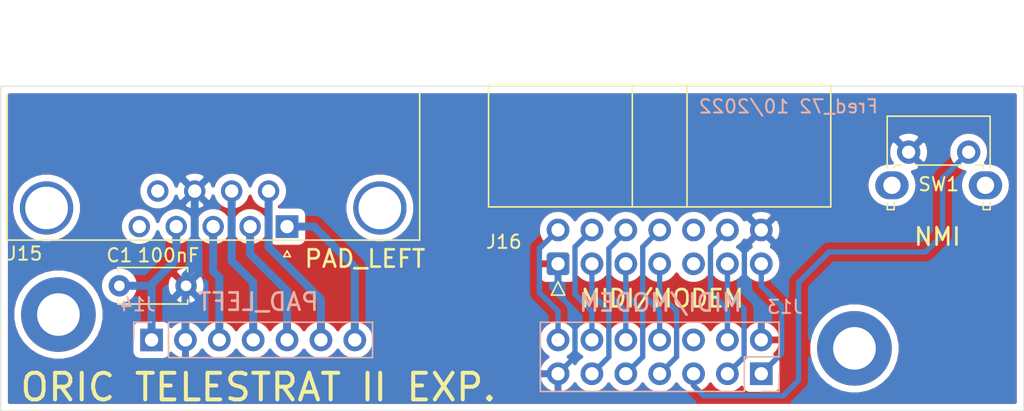
<source format=kicad_pcb>
(kicad_pcb (version 20171130) (host pcbnew "(5.1.12)-1")

  (general
    (thickness 1.6)
    (drawings 6)
    (tracks 83)
    (zones 0)
    (modules 8)
    (nets 24)
  )

  (page A4)
  (layers
    (0 F.Cu signal)
    (31 B.Cu signal)
    (32 B.Adhes user)
    (33 F.Adhes user)
    (34 B.Paste user)
    (35 F.Paste user)
    (36 B.SilkS user)
    (37 F.SilkS user)
    (38 B.Mask user)
    (39 F.Mask user)
    (40 Dwgs.User user)
    (41 Cmts.User user)
    (42 Eco1.User user)
    (43 Eco2.User user)
    (44 Edge.Cuts user)
    (45 Margin user)
    (46 B.CrtYd user)
    (47 F.CrtYd user)
    (48 B.Fab user)
    (49 F.Fab user)
  )

  (setup
    (last_trace_width 0.25)
    (user_trace_width 0.4)
    (user_trace_width 0.6)
    (trace_clearance 0.2)
    (zone_clearance 0.508)
    (zone_45_only no)
    (trace_min 0.2)
    (via_size 0.8)
    (via_drill 0.4)
    (via_min_size 0.4)
    (via_min_drill 0.3)
    (uvia_size 0.3)
    (uvia_drill 0.1)
    (uvias_allowed no)
    (uvia_min_size 0.2)
    (uvia_min_drill 0.1)
    (edge_width 0.05)
    (segment_width 0.2)
    (pcb_text_width 0.3)
    (pcb_text_size 1.5 1.5)
    (mod_edge_width 0.12)
    (mod_text_size 1 1)
    (mod_text_width 0.15)
    (pad_size 2.5 2.1)
    (pad_drill 1.3)
    (pad_to_mask_clearance 0)
    (aux_axis_origin 117.856 95.631)
    (visible_elements 7FFFFFFF)
    (pcbplotparams
      (layerselection 0x010f0_ffffffff)
      (usegerberextensions true)
      (usegerberattributes true)
      (usegerberadvancedattributes true)
      (creategerberjobfile false)
      (excludeedgelayer true)
      (linewidth 0.100000)
      (plotframeref false)
      (viasonmask false)
      (mode 1)
      (useauxorigin true)
      (hpglpennumber 1)
      (hpglpenspeed 20)
      (hpglpendiameter 15.000000)
      (psnegative false)
      (psa4output false)
      (plotreference true)
      (plotvalue true)
      (plotinvisibletext false)
      (padsonsilk false)
      (subtractmaskfromsilk false)
      (outputformat 1)
      (mirror false)
      (drillshape 0)
      (scaleselection 1)
      (outputdirectory "Gerber/"))
  )

  (net 0 "")
  (net 1 "Net-(J13-Pad14)")
  (net 2 "Net-(J13-Pad12)")
  (net 3 "Net-(J13-Pad11)")
  (net 4 "Net-(J13-Pad10)")
  (net 5 "Net-(J13-Pad9)")
  (net 6 "Net-(J13-Pad8)")
  (net 7 "Net-(J13-Pad7)")
  (net 8 "Net-(J13-Pad6)")
  (net 9 "Net-(J13-Pad5)")
  (net 10 "Net-(J13-Pad4)")
  (net 11 "Net-(J13-Pad3)")
  (net 12 "Net-(J13-Pad1)")
  (net 13 "Net-(J14-Pad7)")
  (net 14 "Net-(J14-Pad6)")
  (net 15 "Net-(J14-Pad5)")
  (net 16 "Net-(J14-Pad4)")
  (net 17 "Net-(J14-Pad3)")
  (net 18 "Net-(J15-Pad9)")
  (net 19 "Net-(J15-Pad5)")
  (net 20 "Net-(J16-Pad10)")
  (net 21 "Net-(J16-Pad9)")
  (net 22 GND)
  (net 23 VCC)

  (net_class Default "This is the default net class."
    (clearance 0.2)
    (trace_width 0.25)
    (via_dia 0.8)
    (via_drill 0.4)
    (uvia_dia 0.3)
    (uvia_drill 0.1)
    (add_net GND)
    (add_net "Net-(J13-Pad1)")
    (add_net "Net-(J13-Pad10)")
    (add_net "Net-(J13-Pad11)")
    (add_net "Net-(J13-Pad12)")
    (add_net "Net-(J13-Pad14)")
    (add_net "Net-(J13-Pad3)")
    (add_net "Net-(J13-Pad4)")
    (add_net "Net-(J13-Pad5)")
    (add_net "Net-(J13-Pad6)")
    (add_net "Net-(J13-Pad7)")
    (add_net "Net-(J13-Pad8)")
    (add_net "Net-(J13-Pad9)")
    (add_net "Net-(J14-Pad3)")
    (add_net "Net-(J14-Pad4)")
    (add_net "Net-(J14-Pad5)")
    (add_net "Net-(J14-Pad6)")
    (add_net "Net-(J14-Pad7)")
    (add_net "Net-(J15-Pad5)")
    (add_net "Net-(J15-Pad9)")
    (add_net "Net-(J16-Pad10)")
    (add_net "Net-(J16-Pad9)")
    (add_net VCC)
  )

  (module Button_Switch_THT:SW_Tactile_SPST_Angled_PTS645Vx58-2LFS (layer F.Cu) (tedit 635405FB) (tstamp 6350125A)
    (at 185.928 76.2)
    (descr "tactile switch SPST right angle, PTS645VL58-2 LFS")
    (tags "tactile switch SPST angled PTS645VL58-2 LFS C&K Button")
    (path /63501D12)
    (fp_text reference SW1 (at 2.25 2.413) (layer F.SilkS)
      (effects (font (size 1 1) (thickness 0.15)))
    )
    (fp_text value NMI (at 2.159 6.35) (layer F.SilkS)
      (effects (font (size 1.3 1.3) (thickness 0.2)))
    )
    (fp_line (start 0.5 -5.85) (end 0.5 -2.59) (layer F.Fab) (width 0.1))
    (fp_line (start 4 -5.85) (end 4 -2.59) (layer F.Fab) (width 0.1))
    (fp_line (start 0.5 -5.85) (end 4 -5.85) (layer F.Fab) (width 0.1))
    (fp_line (start -1.09 0.97) (end -1.09 1.2) (layer F.SilkS) (width 0.12))
    (fp_line (start 5.7 4.2) (end 5.7 0.86) (layer F.Fab) (width 0.1))
    (fp_line (start -1.5 4.2) (end -1.2 4.2) (layer F.Fab) (width 0.1))
    (fp_line (start -1.2 0.86) (end 5.7 0.86) (layer F.Fab) (width 0.1))
    (fp_line (start 6 4.2) (end 6 -2.59) (layer F.Fab) (width 0.1))
    (fp_line (start -2.5 -2.8) (end 7.05 -2.8) (layer F.CrtYd) (width 0.05))
    (fp_line (start 7.05 -2.8) (end 7.05 4.45) (layer F.CrtYd) (width 0.05))
    (fp_line (start 7.05 4.45) (end -2.5 4.45) (layer F.CrtYd) (width 0.05))
    (fp_line (start -2.5 4.45) (end -2.5 -2.8) (layer F.CrtYd) (width 0.05))
    (fp_line (start -1.61 -2.7) (end 6.11 -2.7) (layer F.SilkS) (width 0.12))
    (fp_line (start 6.11 -2.7) (end 6.11 1.2) (layer F.SilkS) (width 0.12))
    (fp_line (start -1.61 4.31) (end -1.09 4.31) (layer F.SilkS) (width 0.12))
    (fp_line (start -1.61 -2.7) (end -1.61 1.2) (layer F.SilkS) (width 0.12))
    (fp_line (start -1.5 -2.59) (end 6 -2.59) (layer F.Fab) (width 0.1))
    (fp_line (start -1.5 4.2) (end -1.5 -2.59) (layer F.Fab) (width 0.1))
    (fp_line (start 5.7 4.2) (end 6 4.2) (layer F.Fab) (width 0.1))
    (fp_line (start -1.2 4.2) (end -1.2 0.86) (layer F.Fab) (width 0.1))
    (fp_line (start 5.59 0.97) (end 5.59 1.2) (layer F.SilkS) (width 0.12))
    (fp_line (start -1.09 3.8) (end -1.09 4.31) (layer F.SilkS) (width 0.12))
    (fp_line (start -1.61 3.8) (end -1.61 4.31) (layer F.SilkS) (width 0.12))
    (fp_line (start 5.05 0.97) (end 5.59 0.97) (layer F.SilkS) (width 0.12))
    (fp_line (start 5.59 3.8) (end 5.59 4.31) (layer F.SilkS) (width 0.12))
    (fp_line (start 5.59 4.31) (end 6.11 4.31) (layer F.SilkS) (width 0.12))
    (fp_line (start 6.11 3.8) (end 6.11 4.31) (layer F.SilkS) (width 0.12))
    (fp_line (start -1.09 0.97) (end -0.55 0.97) (layer F.SilkS) (width 0.12))
    (fp_line (start 0.55 0.97) (end 3.95 0.97) (layer F.SilkS) (width 0.12))
    (fp_text user %R (at 2.25 1.68) (layer F.Fab)
      (effects (font (size 1 1) (thickness 0.15)))
    )
    (pad "" thru_hole oval (at -1.25 2.49) (size 2.5 2.1) (drill 1.3) (layers *.Cu *.Mask))
    (pad 1 thru_hole circle (at 0 0) (size 1.75 1.75) (drill 0.99) (layers *.Cu *.Mask)
      (net 22 GND))
    (pad 2 thru_hole circle (at 4.5 0) (size 1.75 1.75) (drill 0.99) (layers *.Cu *.Mask)
      (net 9 "Net-(J13-Pad5)"))
    (pad "" thru_hole oval (at 5.76 2.49) (size 2.5 2.1) (drill 1.3) (layers *.Cu *.Mask))
    (model ${KISYS3DMOD}/Button_Switch_THT.3dshapes/SW_Tactile_SPST_Angled_PTS645Vx58-2LFS.wrl
      (at (xyz 0 0 0))
      (scale (xyz 1 1 1))
      (rotate (xyz 0 0 0))
    )
  )

  (module Capacitor_THT:C_Disc_D5.0mm_W2.5mm_P5.00mm (layer F.Cu) (tedit 5AE50EF0) (tstamp 6327B55C)
    (at 126.746 86.233)
    (descr "C, Disc series, Radial, pin pitch=5.00mm, , diameter*width=5*2.5mm^2, Capacitor, http://cdn-reichelt.de/documents/datenblatt/B300/DS_KERKO_TC.pdf")
    (tags "C Disc series Radial pin pitch 5.00mm  diameter 5mm width 2.5mm Capacitor")
    (path /63456DBF)
    (fp_text reference C1 (at 0 -2.286) (layer F.SilkS)
      (effects (font (size 1 1) (thickness 0.15)))
    )
    (fp_text value 100nF (at 3.683 -2.286) (layer F.SilkS)
      (effects (font (size 1 1) (thickness 0.15)))
    )
    (fp_line (start 6.05 -1.5) (end -1.05 -1.5) (layer F.CrtYd) (width 0.05))
    (fp_line (start 6.05 1.5) (end 6.05 -1.5) (layer F.CrtYd) (width 0.05))
    (fp_line (start -1.05 1.5) (end 6.05 1.5) (layer F.CrtYd) (width 0.05))
    (fp_line (start -1.05 -1.5) (end -1.05 1.5) (layer F.CrtYd) (width 0.05))
    (fp_line (start 5.12 1.055) (end 5.12 1.37) (layer F.SilkS) (width 0.12))
    (fp_line (start 5.12 -1.37) (end 5.12 -1.055) (layer F.SilkS) (width 0.12))
    (fp_line (start -0.12 1.055) (end -0.12 1.37) (layer F.SilkS) (width 0.12))
    (fp_line (start -0.12 -1.37) (end -0.12 -1.055) (layer F.SilkS) (width 0.12))
    (fp_line (start -0.12 1.37) (end 5.12 1.37) (layer F.SilkS) (width 0.12))
    (fp_line (start -0.12 -1.37) (end 5.12 -1.37) (layer F.SilkS) (width 0.12))
    (fp_line (start 5 -1.25) (end 0 -1.25) (layer F.Fab) (width 0.1))
    (fp_line (start 5 1.25) (end 5 -1.25) (layer F.Fab) (width 0.1))
    (fp_line (start 0 1.25) (end 5 1.25) (layer F.Fab) (width 0.1))
    (fp_line (start 0 -1.25) (end 0 1.25) (layer F.Fab) (width 0.1))
    (fp_text user %R (at 2.5 0) (layer F.Fab)
      (effects (font (size 1 1) (thickness 0.15)))
    )
    (pad 2 thru_hole circle (at 5 0) (size 1.6 1.6) (drill 0.8) (layers *.Cu *.Mask)
      (net 22 GND))
    (pad 1 thru_hole circle (at 0 0) (size 1.6 1.6) (drill 0.8) (layers *.Cu *.Mask)
      (net 23 VCC))
    (model ${KISYS3DMOD}/Capacitor_THT.3dshapes/C_Disc_D5.0mm_W2.5mm_P5.00mm.wrl
      (at (xyz 0 0 0))
      (scale (xyz 1 1 1))
      (rotate (xyz 0 0 0))
    )
  )

  (module Connector_Dsub:DSUB-9_Male_Horizontal_P2.77x2.84mm_EdgePinOffset8mm_Housed_MountingHolesOffset9.2mm (layer F.Cu) (tedit 63271EED) (tstamp 631C48EB)
    (at 139.319 79.502 180)
    (descr "9-pin D-Sub connector, horizontal/angled (90 deg), THT-mount, male, pitch 2.77x2.84mm, pin-PCB-offset 4.9399999999999995mm, distance of mounting holes 25mm, distance of mounting holes to PCB edge 7.4799999999999995mm, see https://disti-assets.s3.amazonaws.com/tonar/files/datasheets/16730.pdf")
    (tags "9-pin D-Sub connector horizontal angled 90deg THT male pitch 2.77x2.84mm pin-PCB-offset 4.9399999999999995mm mounting-holes-distance 25mm mounting-hole-offset 25mm")
    (path /6331EFA5)
    (fp_text reference J15 (at 19.685 -4.318) (layer F.SilkS)
      (effects (font (size 1 1) (thickness 0.15)))
    )
    (fp_text value PAD_LEFT (at -5.842 -4.699) (layer F.SilkS)
      (effects (font (size 1.3 1.3) (thickness 0.2)))
    )
    (fp_line (start 21.5 -3.429) (end -10.4 -3.429) (layer F.CrtYd) (width 0.05))
    (fp_line (start 21.5 14.7) (end 21.5 -3.429) (layer F.CrtYd) (width 0.05))
    (fp_line (start -10.4 14.7) (end 21.5 14.7) (layer F.CrtYd) (width 0.05))
    (fp_line (start -10.4 -3.429) (end -10.4 14.7) (layer F.CrtYd) (width 0.05))
    (fp_line (start 0 -4.110325) (end -0.25 -4.543338) (layer F.SilkS) (width 0.12))
    (fp_line (start 0.25 -4.543338) (end 0 -4.110325) (layer F.SilkS) (width 0.12))
    (fp_line (start -0.25 -4.543338) (end 0.25 -4.543338) (layer F.SilkS) (width 0.12))
    (fp_line (start 21.025 -3.302) (end 21.025 7.72) (layer F.SilkS) (width 0.12))
    (fp_line (start -9.945 -3.302) (end 21.025 -3.302) (layer F.SilkS) (width 0.12))
    (fp_line (start -9.945 7.72) (end -9.945 -3.302) (layer F.SilkS) (width 0.12))
    (fp_line (start 19.64 7.78) (end 19.64 0.3) (layer F.Fab) (width 0.1))
    (fp_line (start 16.44 7.78) (end 16.44 0.3) (layer F.Fab) (width 0.1))
    (fp_line (start -5.36 7.78) (end -5.36 0.3) (layer F.Fab) (width 0.1))
    (fp_line (start -8.56 7.78) (end -8.56 0.3) (layer F.Fab) (width 0.1))
    (fp_line (start 20.54 8.18) (end 15.54 8.18) (layer F.Fab) (width 0.1))
    (fp_line (start 20.54 13.18) (end 20.54 8.18) (layer F.Fab) (width 0.1))
    (fp_line (start 15.54 13.18) (end 20.54 13.18) (layer F.Fab) (width 0.1))
    (fp_line (start 15.54 8.18) (end 15.54 13.18) (layer F.Fab) (width 0.1))
    (fp_line (start -4.46 8.18) (end -9.46 8.18) (layer F.Fab) (width 0.1))
    (fp_line (start -4.46 13.18) (end -4.46 8.18) (layer F.Fab) (width 0.1))
    (fp_line (start -9.46 13.18) (end -4.46 13.18) (layer F.Fab) (width 0.1))
    (fp_line (start -9.46 8.18) (end -9.46 13.18) (layer F.Fab) (width 0.1))
    (fp_line (start 13.69 8.18) (end -2.61 8.18) (layer F.Fab) (width 0.1))
    (fp_line (start 13.69 14.18) (end 13.69 8.18) (layer F.Fab) (width 0.1))
    (fp_line (start -2.61 14.18) (end 13.69 14.18) (layer F.Fab) (width 0.1))
    (fp_line (start -2.61 8.18) (end -2.61 14.18) (layer F.Fab) (width 0.1))
    (fp_line (start 20.965 7.78) (end -9.885 7.78) (layer F.Fab) (width 0.1))
    (fp_line (start 20.965 8.18) (end 20.965 7.78) (layer F.Fab) (width 0.1))
    (fp_line (start -9.885 8.18) (end 20.965 8.18) (layer F.Fab) (width 0.1))
    (fp_line (start -9.885 7.78) (end -9.885 8.18) (layer F.Fab) (width 0.1))
    (fp_line (start 20.955 -3.175) (end -9.895 -3.175) (layer F.Fab) (width 0.1))
    (fp_line (start 20.965 7.78) (end 20.965 -3.175) (layer F.Fab) (width 0.1))
    (fp_line (start -9.885 7.78) (end 20.965 7.78) (layer F.Fab) (width 0.1))
    (fp_line (start -9.885 -3.175) (end -9.885 7.78) (layer F.Fab) (width 0.1))
    (fp_text user %R (at 5.54 11.18) (layer F.Fab)
      (effects (font (size 1 1) (thickness 0.15)))
    )
    (fp_arc (start 18.04 0.3) (end 16.44 0.3) (angle 180) (layer F.Fab) (width 0.1))
    (fp_arc (start -6.96 0.3) (end -8.56 0.3) (angle 180) (layer F.Fab) (width 0.1))
    (pad 0 thru_hole circle (at 18.034 -0.889 180) (size 4 4) (drill 3.2) (layers *.Cu *.Mask))
    (pad 0 thru_hole circle (at -6.96 -0.889 180) (size 4 4) (drill 3.2) (layers *.Cu *.Mask))
    (pad 9 thru_hole circle (at 9.695 0.381 180) (size 1.6 1.6) (drill 1) (layers *.Cu *.Mask)
      (net 18 "Net-(J15-Pad9)"))
    (pad 8 thru_hole circle (at 6.925 0.381 180) (size 1.6 1.6) (drill 1) (layers *.Cu *.Mask)
      (net 22 GND))
    (pad 7 thru_hole circle (at 4.155 0.381 180) (size 1.6 1.6) (drill 1) (layers *.Cu *.Mask)
      (net 16 "Net-(J14-Pad4)"))
    (pad 6 thru_hole circle (at 1.385 0.381 180) (size 1.6 1.6) (drill 1) (layers *.Cu *.Mask)
      (net 14 "Net-(J14-Pad6)"))
    (pad 5 thru_hole circle (at 11.08 -2.286 180) (size 1.6 1.6) (drill 1) (layers *.Cu *.Mask)
      (net 19 "Net-(J15-Pad5)"))
    (pad 4 thru_hole circle (at 8.31 -2.286 180) (size 1.6 1.6) (drill 1) (layers *.Cu *.Mask)
      (net 23 VCC))
    (pad 3 thru_hole circle (at 5.54 -2.286 180) (size 1.6 1.6) (drill 1) (layers *.Cu *.Mask)
      (net 17 "Net-(J14-Pad3)"))
    (pad 2 thru_hole circle (at 2.77 -2.286 180) (size 1.6 1.6) (drill 1) (layers *.Cu *.Mask)
      (net 15 "Net-(J14-Pad5)"))
    (pad 1 thru_hole rect (at 0 -2.286 180) (size 1.7 1.7) (drill 1) (layers *.Cu *.Mask)
      (net 13 "Net-(J14-Pad7)"))
    (model ${KISYS3DMOD}/Connector_Dsub.3dshapes/DSUB-9_Male_Horizontal_P2.77x2.84mm_EdgePinOffset4.94mm_Housed_MountingHolesOffset7.48mm.wrl
      (offset (xyz 0 0.5 0))
      (scale (xyz 1 1.1 1))
      (rotate (xyz 0 0 0))
    )
  )

  (module Connector_IDC:IDC-Header_2x07_P2.54mm_Horizontal (layer F.Cu) (tedit 5EAC9A08) (tstamp 631C69D7)
    (at 159.639 84.582 90)
    (descr "Through hole IDC box header, 2x07, 2.54mm pitch, DIN 41651 / IEC 60603-13, double rows, https://docs.google.com/spreadsheets/d/16SsEcesNF15N3Lb4niX7dcUr-NY5_MFPQhobNuNppn4/edit#gid=0")
    (tags "Through hole horizontal IDC box header THT 2x07 2.54mm double row")
    (path /63320049)
    (fp_text reference J16 (at 1.651 -4.064 180) (layer F.SilkS)
      (effects (font (size 1 1) (thickness 0.15)))
    )
    (fp_text value MIDI/MODEM (at -2.6035 7.8105 180) (layer F.SilkS)
      (effects (font (size 1.3 1.3) (thickness 0.2)))
    )
    (fp_line (start 4.38 -4.1) (end 5.38 -5.1) (layer F.Fab) (width 0.1))
    (fp_line (start 4.38 5.57) (end 13.28 5.57) (layer F.Fab) (width 0.1))
    (fp_line (start 4.38 9.67) (end 13.28 9.67) (layer F.Fab) (width 0.1))
    (fp_line (start 4.27 5.57) (end 13.39 5.57) (layer F.SilkS) (width 0.12))
    (fp_line (start 4.27 9.67) (end 13.39 9.67) (layer F.SilkS) (width 0.12))
    (fp_line (start 4.38 -0.32) (end -0.32 -0.32) (layer F.Fab) (width 0.1))
    (fp_line (start -0.32 -0.32) (end -0.32 0.32) (layer F.Fab) (width 0.1))
    (fp_line (start -0.32 0.32) (end 4.38 0.32) (layer F.Fab) (width 0.1))
    (fp_line (start 4.38 2.22) (end -0.32 2.22) (layer F.Fab) (width 0.1))
    (fp_line (start -0.32 2.22) (end -0.32 2.86) (layer F.Fab) (width 0.1))
    (fp_line (start -0.32 2.86) (end 4.38 2.86) (layer F.Fab) (width 0.1))
    (fp_line (start 4.38 4.76) (end -0.32 4.76) (layer F.Fab) (width 0.1))
    (fp_line (start -0.32 4.76) (end -0.32 5.4) (layer F.Fab) (width 0.1))
    (fp_line (start -0.32 5.4) (end 4.38 5.4) (layer F.Fab) (width 0.1))
    (fp_line (start 4.38 7.3) (end -0.32 7.3) (layer F.Fab) (width 0.1))
    (fp_line (start -0.32 7.3) (end -0.32 7.94) (layer F.Fab) (width 0.1))
    (fp_line (start -0.32 7.94) (end 4.38 7.94) (layer F.Fab) (width 0.1))
    (fp_line (start 4.38 9.84) (end -0.32 9.84) (layer F.Fab) (width 0.1))
    (fp_line (start -0.32 9.84) (end -0.32 10.48) (layer F.Fab) (width 0.1))
    (fp_line (start -0.32 10.48) (end 4.38 10.48) (layer F.Fab) (width 0.1))
    (fp_line (start 4.38 12.38) (end -0.32 12.38) (layer F.Fab) (width 0.1))
    (fp_line (start -0.32 12.38) (end -0.32 13.02) (layer F.Fab) (width 0.1))
    (fp_line (start -0.32 13.02) (end 4.38 13.02) (layer F.Fab) (width 0.1))
    (fp_line (start 4.38 14.92) (end -0.32 14.92) (layer F.Fab) (width 0.1))
    (fp_line (start -0.32 14.92) (end -0.32 15.56) (layer F.Fab) (width 0.1))
    (fp_line (start -0.32 15.56) (end 4.38 15.56) (layer F.Fab) (width 0.1))
    (fp_line (start 5.38 -5.1) (end 13.28 -5.1) (layer F.Fab) (width 0.1))
    (fp_line (start 13.28 -5.1) (end 13.28 20.34) (layer F.Fab) (width 0.1))
    (fp_line (start 13.28 20.34) (end 4.38 20.34) (layer F.Fab) (width 0.1))
    (fp_line (start 4.38 20.34) (end 4.38 -4.1) (layer F.Fab) (width 0.1))
    (fp_line (start 4.27 -5.21) (end 13.39 -5.21) (layer F.SilkS) (width 0.12))
    (fp_line (start 13.39 -5.21) (end 13.39 20.45) (layer F.SilkS) (width 0.12))
    (fp_line (start 13.39 20.45) (end 4.27 20.45) (layer F.SilkS) (width 0.12))
    (fp_line (start 4.27 20.45) (end 4.27 -5.21) (layer F.SilkS) (width 0.12))
    (fp_line (start -1.35 0) (end -2.35 -0.5) (layer F.SilkS) (width 0.12))
    (fp_line (start -2.35 -0.5) (end -2.35 0.5) (layer F.SilkS) (width 0.12))
    (fp_line (start -2.35 0.5) (end -1.35 0) (layer F.SilkS) (width 0.12))
    (fp_line (start -1.35 -5.6) (end -1.35 20.84) (layer F.CrtYd) (width 0.05))
    (fp_line (start -1.35 20.84) (end 13.78 20.84) (layer F.CrtYd) (width 0.05))
    (fp_line (start 13.78 20.84) (end 13.78 -5.6) (layer F.CrtYd) (width 0.05))
    (fp_line (start 13.78 -5.6) (end -1.35 -5.6) (layer F.CrtYd) (width 0.05))
    (fp_text user %R (at 8.83 7.62) (layer F.Fab)
      (effects (font (size 1 1) (thickness 0.15)))
    )
    (pad 14 thru_hole circle (at 2.54 15.24 90) (size 1.7 1.7) (drill 1) (layers *.Cu *.Mask)
      (net 22 GND))
    (pad 12 thru_hole circle (at 2.54 12.7 90) (size 1.7 1.7) (drill 1) (layers *.Cu *.Mask)
      (net 10 "Net-(J13-Pad4)"))
    (pad 10 thru_hole circle (at 2.54 10.16 90) (size 1.7 1.7) (drill 1) (layers *.Cu *.Mask)
      (net 20 "Net-(J16-Pad10)"))
    (pad 8 thru_hole circle (at 2.54 7.62 90) (size 1.7 1.7) (drill 1) (layers *.Cu *.Mask)
      (net 6 "Net-(J13-Pad8)"))
    (pad 6 thru_hole circle (at 2.54 5.08 90) (size 1.7 1.7) (drill 1) (layers *.Cu *.Mask)
      (net 4 "Net-(J13-Pad10)"))
    (pad 4 thru_hole circle (at 2.54 2.54 90) (size 1.7 1.7) (drill 1) (layers *.Cu *.Mask)
      (net 2 "Net-(J13-Pad12)"))
    (pad 2 thru_hole circle (at 2.54 0 90) (size 1.7 1.7) (drill 1) (layers *.Cu *.Mask)
      (net 1 "Net-(J13-Pad14)"))
    (pad 13 thru_hole circle (at 0 15.24 90) (size 1.7 1.7) (drill 1) (layers *.Cu *.Mask)
      (net 12 "Net-(J13-Pad1)"))
    (pad 11 thru_hole circle (at 0 12.7 90) (size 1.7 1.7) (drill 1) (layers *.Cu *.Mask)
      (net 11 "Net-(J13-Pad3)"))
    (pad 9 thru_hole circle (at 0 10.16 90) (size 1.7 1.7) (drill 1) (layers *.Cu *.Mask)
      (net 21 "Net-(J16-Pad9)"))
    (pad 7 thru_hole circle (at 0 7.62 90) (size 1.7 1.7) (drill 1) (layers *.Cu *.Mask)
      (net 7 "Net-(J13-Pad7)"))
    (pad 5 thru_hole circle (at 0 5.08 90) (size 1.7 1.7) (drill 1) (layers *.Cu *.Mask)
      (net 5 "Net-(J13-Pad9)"))
    (pad 3 thru_hole circle (at 0 2.54 90) (size 1.7 1.7) (drill 1) (layers *.Cu *.Mask)
      (net 3 "Net-(J13-Pad11)"))
    (pad 1 thru_hole roundrect (at 0 0 90) (size 1.7 1.7) (drill 1) (layers *.Cu *.Mask) (roundrect_rratio 0.1470588235294118)
      (net 22 GND))
    (model ${KISYS3DMOD}/Connector_IDC.3dshapes/IDC-Header_2x07_P2.54mm_Horizontal.wrl
      (at (xyz 0 0 0))
      (scale (xyz 1 1 1))
      (rotate (xyz 0 0 0))
    )
  )

  (module Connector_PinHeader_2.54mm:PinHeader_1x07_P2.54mm_Vertical (layer B.Cu) (tedit 59FED5CC) (tstamp 631C699B)
    (at 129.159 90.297 270)
    (descr "Through hole straight pin header, 1x07, 2.54mm pitch, single row")
    (tags "Through hole pin header THT 1x07 2.54mm single row")
    (path /6331EE5F)
    (fp_text reference J14 (at -2.667 1.016) (layer B.SilkS)
      (effects (font (size 1 1) (thickness 0.15)) (justify mirror))
    )
    (fp_text value PAD_LEFT (at -2.8575 -8.001) (layer B.SilkS)
      (effects (font (size 1.3 1.3) (thickness 0.2)) (justify mirror))
    )
    (fp_line (start -0.635 1.27) (end 1.27 1.27) (layer B.Fab) (width 0.1))
    (fp_line (start 1.27 1.27) (end 1.27 -16.51) (layer B.Fab) (width 0.1))
    (fp_line (start 1.27 -16.51) (end -1.27 -16.51) (layer B.Fab) (width 0.1))
    (fp_line (start -1.27 -16.51) (end -1.27 0.635) (layer B.Fab) (width 0.1))
    (fp_line (start -1.27 0.635) (end -0.635 1.27) (layer B.Fab) (width 0.1))
    (fp_line (start -1.33 -16.57) (end 1.33 -16.57) (layer B.SilkS) (width 0.12))
    (fp_line (start -1.33 -1.27) (end -1.33 -16.57) (layer B.SilkS) (width 0.12))
    (fp_line (start 1.33 -1.27) (end 1.33 -16.57) (layer B.SilkS) (width 0.12))
    (fp_line (start -1.33 -1.27) (end 1.33 -1.27) (layer B.SilkS) (width 0.12))
    (fp_line (start -1.33 0) (end -1.33 1.33) (layer B.SilkS) (width 0.12))
    (fp_line (start -1.33 1.33) (end 0 1.33) (layer B.SilkS) (width 0.12))
    (fp_line (start -1.8 1.8) (end -1.8 -17.05) (layer B.CrtYd) (width 0.05))
    (fp_line (start -1.8 -17.05) (end 1.8 -17.05) (layer B.CrtYd) (width 0.05))
    (fp_line (start 1.8 -17.05) (end 1.8 1.8) (layer B.CrtYd) (width 0.05))
    (fp_line (start 1.8 1.8) (end -1.8 1.8) (layer B.CrtYd) (width 0.05))
    (fp_text user %R (at 0 -7.62) (layer B.Fab)
      (effects (font (size 1 1) (thickness 0.15)) (justify mirror))
    )
    (pad 7 thru_hole oval (at 0 -15.24 270) (size 1.7 1.7) (drill 1) (layers *.Cu *.Mask)
      (net 13 "Net-(J14-Pad7)"))
    (pad 6 thru_hole oval (at 0 -12.7 270) (size 1.7 1.7) (drill 1) (layers *.Cu *.Mask)
      (net 14 "Net-(J14-Pad6)"))
    (pad 5 thru_hole oval (at 0 -10.16 270) (size 1.7 1.7) (drill 1) (layers *.Cu *.Mask)
      (net 15 "Net-(J14-Pad5)"))
    (pad 4 thru_hole oval (at 0 -7.62 270) (size 1.7 1.7) (drill 1) (layers *.Cu *.Mask)
      (net 16 "Net-(J14-Pad4)"))
    (pad 3 thru_hole oval (at 0 -5.08 270) (size 1.7 1.7) (drill 1) (layers *.Cu *.Mask)
      (net 17 "Net-(J14-Pad3)"))
    (pad 2 thru_hole oval (at 0 -2.54 270) (size 1.7 1.7) (drill 1) (layers *.Cu *.Mask)
      (net 22 GND))
    (pad 1 thru_hole rect (at 0 0 270) (size 1.7 1.7) (drill 1) (layers *.Cu *.Mask)
      (net 23 VCC))
    (model ${KISYS3DMOD}/Connector_PinHeader_2.54mm.3dshapes/PinHeader_1x07_P2.54mm_Vertical.wrl
      (at (xyz 0 0 0))
      (scale (xyz 1 1 1))
      (rotate (xyz 0 0 0))
    )
  )

  (module Connector_PinHeader_2.54mm:PinHeader_2x07_P2.54mm_Vertical (layer B.Cu) (tedit 59FED5CC) (tstamp 631C6980)
    (at 174.879 92.837 90)
    (descr "Through hole straight pin header, 2x07, 2.54mm pitch, double rows")
    (tags "Through hole pin header THT 2x07 2.54mm double row")
    (path /6332B939)
    (fp_text reference J13 (at 5.0165 1.778) (layer B.SilkS)
      (effects (font (size 1 1) (thickness 0.15)) (justify mirror))
    )
    (fp_text value MIDI/MODEM (at 5.334 -7.5565) (layer B.SilkS)
      (effects (font (size 1.3 1.3) (thickness 0.2)) (justify mirror))
    )
    (fp_line (start 0 1.27) (end 3.81 1.27) (layer B.Fab) (width 0.1))
    (fp_line (start 3.81 1.27) (end 3.81 -16.51) (layer B.Fab) (width 0.1))
    (fp_line (start 3.81 -16.51) (end -1.27 -16.51) (layer B.Fab) (width 0.1))
    (fp_line (start -1.27 -16.51) (end -1.27 0) (layer B.Fab) (width 0.1))
    (fp_line (start -1.27 0) (end 0 1.27) (layer B.Fab) (width 0.1))
    (fp_line (start -1.33 -16.57) (end 3.87 -16.57) (layer B.SilkS) (width 0.12))
    (fp_line (start -1.33 -1.27) (end -1.33 -16.57) (layer B.SilkS) (width 0.12))
    (fp_line (start 3.87 1.33) (end 3.87 -16.57) (layer B.SilkS) (width 0.12))
    (fp_line (start -1.33 -1.27) (end 1.27 -1.27) (layer B.SilkS) (width 0.12))
    (fp_line (start 1.27 -1.27) (end 1.27 1.33) (layer B.SilkS) (width 0.12))
    (fp_line (start 1.27 1.33) (end 3.87 1.33) (layer B.SilkS) (width 0.12))
    (fp_line (start -1.33 0) (end -1.33 1.33) (layer B.SilkS) (width 0.12))
    (fp_line (start -1.33 1.33) (end 0 1.33) (layer B.SilkS) (width 0.12))
    (fp_line (start -1.8 1.8) (end -1.8 -17.05) (layer B.CrtYd) (width 0.05))
    (fp_line (start -1.8 -17.05) (end 4.35 -17.05) (layer B.CrtYd) (width 0.05))
    (fp_line (start 4.35 -17.05) (end 4.35 1.8) (layer B.CrtYd) (width 0.05))
    (fp_line (start 4.35 1.8) (end -1.8 1.8) (layer B.CrtYd) (width 0.05))
    (fp_text user %R (at 1.27 -7.62) (layer B.Fab)
      (effects (font (size 1 1) (thickness 0.15)) (justify mirror))
    )
    (pad 14 thru_hole oval (at 2.54 -15.24 90) (size 1.7 1.7) (drill 1) (layers *.Cu *.Mask)
      (net 1 "Net-(J13-Pad14)"))
    (pad 13 thru_hole oval (at 0 -15.24 90) (size 1.7 1.7) (drill 1) (layers *.Cu *.Mask)
      (net 22 GND))
    (pad 12 thru_hole oval (at 2.54 -12.7 90) (size 1.7 1.7) (drill 1) (layers *.Cu *.Mask)
      (net 2 "Net-(J13-Pad12)"))
    (pad 11 thru_hole oval (at 0 -12.7 90) (size 1.7 1.7) (drill 1) (layers *.Cu *.Mask)
      (net 3 "Net-(J13-Pad11)"))
    (pad 10 thru_hole oval (at 2.54 -10.16 90) (size 1.7 1.7) (drill 1) (layers *.Cu *.Mask)
      (net 4 "Net-(J13-Pad10)"))
    (pad 9 thru_hole oval (at 0 -10.16 90) (size 1.7 1.7) (drill 1) (layers *.Cu *.Mask)
      (net 5 "Net-(J13-Pad9)"))
    (pad 8 thru_hole oval (at 2.54 -7.62 90) (size 1.7 1.7) (drill 1) (layers *.Cu *.Mask)
      (net 6 "Net-(J13-Pad8)"))
    (pad 7 thru_hole oval (at 0 -7.62 90) (size 1.7 1.7) (drill 1) (layers *.Cu *.Mask)
      (net 7 "Net-(J13-Pad7)"))
    (pad 6 thru_hole oval (at 2.54 -5.08 90) (size 1.7 1.7) (drill 1) (layers *.Cu *.Mask)
      (net 8 "Net-(J13-Pad6)"))
    (pad 5 thru_hole oval (at 0 -5.08 90) (size 1.7 1.7) (drill 1) (layers *.Cu *.Mask)
      (net 9 "Net-(J13-Pad5)"))
    (pad 4 thru_hole oval (at 2.54 -2.54 90) (size 1.7 1.7) (drill 1) (layers *.Cu *.Mask)
      (net 10 "Net-(J13-Pad4)"))
    (pad 3 thru_hole oval (at 0 -2.54 90) (size 1.7 1.7) (drill 1) (layers *.Cu *.Mask)
      (net 11 "Net-(J13-Pad3)"))
    (pad 2 thru_hole oval (at 2.54 0 90) (size 1.7 1.7) (drill 1) (layers *.Cu *.Mask)
      (net 22 GND))
    (pad 1 thru_hole rect (at 0 0 90) (size 1.7 1.7) (drill 1) (layers *.Cu *.Mask)
      (net 12 "Net-(J13-Pad1)"))
    (model ${KISYS3DMOD}/Connector_PinHeader_2.54mm.3dshapes/PinHeader_2x07_P2.54mm_Vertical.wrl
      (at (xyz 0 0 0))
      (scale (xyz 1 1 1))
      (rotate (xyz 0 0 0))
    )
  )

  (module MountingHole:MountingHole_3.2mm_M3_DIN965_Pad (layer F.Cu) (tedit 56D1B4CB) (tstamp 631C695C)
    (at 181.864 90.932)
    (descr "Mounting Hole 3.2mm, M3, DIN965")
    (tags "mounting hole 3.2mm m3 din965")
    (path /63350172)
    (attr virtual)
    (fp_text reference H2 (at 0 -3.8) (layer F.SilkS) hide
      (effects (font (size 1 1) (thickness 0.15)))
    )
    (fp_text value EXT (at 0 3.8) (layer F.Fab)
      (effects (font (size 1 1) (thickness 0.15)))
    )
    (fp_circle (center 0 0) (end 2.8 0) (layer Cmts.User) (width 0.15))
    (fp_circle (center 0 0) (end 3.05 0) (layer F.CrtYd) (width 0.05))
    (fp_text user %R (at 0.3 0) (layer F.Fab)
      (effects (font (size 1 1) (thickness 0.15)))
    )
    (pad 1 thru_hole circle (at 0 0) (size 5.6 5.6) (drill 3.2) (layers *.Cu *.Mask))
  )

  (module MountingHole:MountingHole_3.2mm_M3_DIN965_Pad locked (layer F.Cu) (tedit 56D1B4CB) (tstamp 631C6954)
    (at 122.174 88.392)
    (descr "Mounting Hole 3.2mm, M3, DIN965")
    (tags "mounting hole 3.2mm m3 din965")
    (path /6335016C)
    (attr virtual)
    (fp_text reference H1 (at 0 -3.8) (layer F.SilkS) hide
      (effects (font (size 1 1) (thickness 0.15)))
    )
    (fp_text value EXT (at 0 3.8) (layer F.Fab)
      (effects (font (size 1 1) (thickness 0.15)))
    )
    (fp_circle (center 0 0) (end 2.8 0) (layer Cmts.User) (width 0.15))
    (fp_circle (center 0 0) (end 3.05 0) (layer F.CrtYd) (width 0.05))
    (fp_text user %R (at 0.3 0) (layer F.Fab)
      (effects (font (size 1 1) (thickness 0.15)))
    )
    (pad 1 thru_hole circle (at 0 0) (size 5.6 5.6) (drill 3.2) (layers *.Cu *.Mask))
  )

  (gr_text "ORIC TELESTRAT II EXP." (at 137.16 93.853) (layer F.SilkS)
    (effects (font (size 2 2) (thickness 0.3)))
  )
  (gr_text "Fred_72 10/2022" (at 176.911 72.771) (layer B.SilkS)
    (effects (font (size 1 1) (thickness 0.15)) (justify mirror))
  )
  (gr_line (start 194.564 71.247) (end 117.856 71.247) (layer Edge.Cuts) (width 0.05) (tstamp 631C46CA))
  (gr_line (start 194.564 71.247) (end 194.564 95.631) (layer Edge.Cuts) (width 0.05) (tstamp 631C46C9))
  (gr_line (start 194.564 95.631) (end 117.856 95.631) (layer Edge.Cuts) (width 0.05) (tstamp 631C467E))
  (gr_line (start 117.856 95.631) (end 117.856 71.247) (layer Edge.Cuts) (width 0.05) (tstamp 631C467D))

  (segment (start 159.639 88.138) (end 159.639 90.297) (width 0.4) (layer B.Cu) (net 1))
  (segment (start 158.242 86.741) (end 159.639 88.138) (width 0.4) (layer B.Cu) (net 1))
  (segment (start 158.242 83.439) (end 158.242 86.741) (width 0.4) (layer B.Cu) (net 1))
  (segment (start 159.639 82.042) (end 158.242 83.439) (width 0.4) (layer B.Cu) (net 1))
  (segment (start 162.179 88.138) (end 162.179 90.297) (width 0.4) (layer B.Cu) (net 2))
  (segment (start 160.909 86.868) (end 162.179 88.138) (width 0.4) (layer B.Cu) (net 2))
  (segment (start 160.909 83.312) (end 160.909 86.868) (width 0.4) (layer B.Cu) (net 2))
  (segment (start 162.179 82.042) (end 160.909 83.312) (width 0.4) (layer B.Cu) (net 2))
  (segment (start 163.449 91.567) (end 162.179 92.837) (width 0.4) (layer B.Cu) (net 3))
  (segment (start 163.449 88.138) (end 163.449 91.567) (width 0.4) (layer B.Cu) (net 3))
  (segment (start 162.179 86.868) (end 163.449 88.138) (width 0.4) (layer B.Cu) (net 3))
  (segment (start 162.179 84.582) (end 162.179 86.868) (width 0.4) (layer B.Cu) (net 3))
  (segment (start 164.719 88.138) (end 164.719 90.297) (width 0.4) (layer B.Cu) (net 4))
  (segment (start 163.449 86.868) (end 164.719 88.138) (width 0.4) (layer B.Cu) (net 4))
  (segment (start 163.449 83.439) (end 163.449 86.868) (width 0.4) (layer B.Cu) (net 4))
  (segment (start 164.719 82.169) (end 163.449 83.439) (width 0.4) (layer B.Cu) (net 4))
  (segment (start 164.719 82.042) (end 164.719 82.169) (width 0.4) (layer B.Cu) (net 4))
  (segment (start 165.989 91.567) (end 164.719 92.837) (width 0.4) (layer B.Cu) (net 5))
  (segment (start 165.989 88.138) (end 165.989 91.567) (width 0.4) (layer B.Cu) (net 5))
  (segment (start 164.719 86.868) (end 165.989 88.138) (width 0.4) (layer B.Cu) (net 5))
  (segment (start 164.719 84.582) (end 164.719 86.868) (width 0.4) (layer B.Cu) (net 5))
  (segment (start 167.259 88.138) (end 167.259 90.297) (width 0.4) (layer B.Cu) (net 6))
  (segment (start 165.989 86.868) (end 167.259 88.138) (width 0.4) (layer B.Cu) (net 6))
  (segment (start 165.989 83.312) (end 165.989 86.868) (width 0.4) (layer B.Cu) (net 6))
  (segment (start 167.259 82.042) (end 165.989 83.312) (width 0.4) (layer B.Cu) (net 6))
  (segment (start 168.529 91.567) (end 167.259 92.837) (width 0.4) (layer B.Cu) (net 7))
  (segment (start 168.529 88.138) (end 168.529 91.567) (width 0.4) (layer B.Cu) (net 7))
  (segment (start 167.259 86.868) (end 168.529 88.138) (width 0.4) (layer B.Cu) (net 7))
  (segment (start 167.259 84.582) (end 167.259 86.868) (width 0.4) (layer B.Cu) (net 7))
  (segment (start 169.799 92.837) (end 169.799 93.726) (width 0.4) (layer B.Cu) (net 9))
  (segment (start 169.799 93.726) (end 170.561 94.488) (width 0.4) (layer B.Cu) (net 9))
  (segment (start 170.561 94.488) (end 176.53 94.488) (width 0.4) (layer B.Cu) (net 9))
  (segment (start 176.53 94.488) (end 177.673 93.345) (width 0.4) (layer B.Cu) (net 9))
  (segment (start 177.673 93.345) (end 177.673 85.979) (width 0.4) (layer B.Cu) (net 9))
  (segment (start 177.673 85.979) (end 179.959 83.693) (width 0.4) (layer B.Cu) (net 9))
  (segment (start 179.959 83.693) (end 187.198 83.693) (width 0.4) (layer B.Cu) (net 9))
  (segment (start 187.198 83.693) (end 188.468 82.423) (width 0.4) (layer B.Cu) (net 9))
  (segment (start 188.468 78.16) (end 190.428 76.2) (width 0.4) (layer B.Cu) (net 9))
  (segment (start 188.468 82.423) (end 188.468 78.16) (width 0.4) (layer B.Cu) (net 9))
  (segment (start 172.339 88.011) (end 172.339 90.297) (width 0.4) (layer B.Cu) (net 10))
  (segment (start 171.069 86.741) (end 172.339 88.011) (width 0.4) (layer B.Cu) (net 10))
  (segment (start 171.069 83.312) (end 171.069 86.741) (width 0.4) (layer B.Cu) (net 10))
  (segment (start 172.339 82.042) (end 171.069 83.312) (width 0.4) (layer B.Cu) (net 10))
  (segment (start 173.589001 91.586999) (end 172.339 92.837) (width 0.4) (layer B.Cu) (net 11))
  (segment (start 173.589001 87.991001) (end 173.589001 91.586999) (width 0.4) (layer B.Cu) (net 11))
  (segment (start 172.339 86.741) (end 173.589001 87.991001) (width 0.4) (layer B.Cu) (net 11))
  (segment (start 172.339 84.582) (end 172.339 86.741) (width 0.4) (layer B.Cu) (net 11))
  (segment (start 174.879 84.582) (end 174.879 86.233) (width 0.4) (layer B.Cu) (net 12))
  (segment (start 174.879 86.233) (end 176.403 87.757) (width 0.4) (layer B.Cu) (net 12))
  (segment (start 176.403 91.313) (end 174.879 92.837) (width 0.4) (layer B.Cu) (net 12))
  (segment (start 176.403 87.757) (end 176.403 91.313) (width 0.4) (layer B.Cu) (net 12))
  (segment (start 139.319 81.788) (end 141.351 81.788) (width 0.6) (layer B.Cu) (net 13))
  (segment (start 144.399 84.836) (end 144.399 90.297) (width 0.6) (layer B.Cu) (net 13))
  (segment (start 141.351 81.788) (end 144.399 84.836) (width 0.6) (layer B.Cu) (net 13))
  (segment (start 137.934 79.121) (end 137.934 83.324) (width 0.6) (layer B.Cu) (net 14))
  (segment (start 141.859 87.249) (end 141.859 90.297) (width 0.6) (layer B.Cu) (net 14))
  (segment (start 137.934 83.324) (end 141.859 87.249) (width 0.6) (layer B.Cu) (net 14))
  (segment (start 136.549 81.788) (end 136.549 83.844) (width 0.6) (layer B.Cu) (net 15))
  (segment (start 139.319 86.614) (end 139.319 90.297) (width 0.6) (layer B.Cu) (net 15))
  (segment (start 136.549 83.844) (end 139.319 86.614) (width 0.6) (layer B.Cu) (net 15))
  (segment (start 136.779 85.979) (end 136.779 90.297) (width 0.6) (layer B.Cu) (net 16))
  (segment (start 135.164 84.364) (end 136.779 85.979) (width 0.6) (layer B.Cu) (net 16))
  (segment (start 135.164 79.121) (end 135.164 84.364) (width 0.6) (layer B.Cu) (net 16))
  (segment (start 134.239 90.297) (end 134.239 85.598) (width 0.6) (layer B.Cu) (net 17))
  (segment (start 133.779 85.138) (end 133.779 81.788) (width 0.6) (layer B.Cu) (net 17))
  (segment (start 134.239 85.598) (end 133.779 85.138) (width 0.6) (layer B.Cu) (net 17))
  (segment (start 159.893 92.964) (end 159.893 92.71) (width 0.5) (layer B.Cu) (net 22) (tstamp 631C467F))
  (segment (start 159.639 84.582) (end 159.639 86.868) (width 0.4) (layer B.Cu) (net 22))
  (segment (start 159.639 86.868) (end 160.909 88.138) (width 0.4) (layer B.Cu) (net 22))
  (segment (start 160.909 91.567) (end 159.639 92.837) (width 0.4) (layer B.Cu) (net 22))
  (segment (start 160.909 88.138) (end 160.909 91.567) (width 0.4) (layer B.Cu) (net 22))
  (segment (start 174.879 88.011) (end 174.879 90.297) (width 0.4) (layer B.Cu) (net 22))
  (segment (start 173.609 86.741) (end 174.879 88.011) (width 0.4) (layer B.Cu) (net 22))
  (segment (start 173.609 83.312) (end 173.609 86.741) (width 0.4) (layer B.Cu) (net 22))
  (segment (start 174.879 82.042) (end 173.609 83.312) (width 0.4) (layer B.Cu) (net 22))
  (segment (start 132.394 79.121) (end 132.394 84.776) (width 0.6) (layer B.Cu) (net 22))
  (segment (start 131.699 85.471) (end 131.699 90.297) (width 0.6) (layer B.Cu) (net 22))
  (segment (start 132.394 84.776) (end 131.699 85.471) (width 0.6) (layer B.Cu) (net 22))
  (segment (start 129.032 86.233) (end 129.159 86.106) (width 0.6) (layer B.Cu) (net 23))
  (segment (start 126.746 86.233) (end 129.032 86.233) (width 0.6) (layer B.Cu) (net 23))
  (segment (start 129.159 90.297) (end 129.159 86.106) (width 0.6) (layer B.Cu) (net 23))
  (segment (start 131.009 84.256) (end 131.009 81.788) (width 0.6) (layer B.Cu) (net 23))
  (segment (start 129.159 86.106) (end 131.009 84.256) (width 0.6) (layer B.Cu) (net 23))

  (zone (net 22) (net_name GND) (layer B.Cu) (tstamp 6327B904) (hatch edge 0.508)
    (connect_pads (clearance 0.508))
    (min_thickness 0.254)
    (fill yes (arc_segments 32) (thermal_gap 0.508) (thermal_bridge_width 0.508))
    (polygon
      (pts
        (xy 194.564 95.631) (xy 117.856 95.631) (xy 117.856 71.247) (xy 194.564 71.247)
      )
    )
    (filled_polygon
      (pts
        (xy 193.904001 94.971) (xy 177.227867 94.971) (xy 178.234428 93.96444) (xy 178.266291 93.938291) (xy 178.370636 93.811146)
        (xy 178.448172 93.666087) (xy 178.495918 93.508689) (xy 178.508 93.386019) (xy 178.508 93.386018) (xy 178.51204 93.345001)
        (xy 178.508 93.303982) (xy 178.508 91.667475) (xy 178.561006 91.933952) (xy 178.819943 92.559082) (xy 179.195862 93.121685)
        (xy 179.674315 93.600138) (xy 180.236918 93.976057) (xy 180.862048 94.234994) (xy 181.525682 94.367) (xy 182.202318 94.367)
        (xy 182.865952 94.234994) (xy 183.491082 93.976057) (xy 184.053685 93.600138) (xy 184.532138 93.121685) (xy 184.908057 92.559082)
        (xy 185.166994 91.933952) (xy 185.299 91.270318) (xy 185.299 90.593682) (xy 185.166994 89.930048) (xy 184.908057 89.304918)
        (xy 184.532138 88.742315) (xy 184.053685 88.263862) (xy 183.491082 87.887943) (xy 182.865952 87.629006) (xy 182.202318 87.497)
        (xy 181.525682 87.497) (xy 180.862048 87.629006) (xy 180.236918 87.887943) (xy 179.674315 88.263862) (xy 179.195862 88.742315)
        (xy 178.819943 89.304918) (xy 178.561006 89.930048) (xy 178.508 90.196525) (xy 178.508 86.324867) (xy 180.304868 84.528)
        (xy 187.156982 84.528) (xy 187.198 84.53204) (xy 187.239018 84.528) (xy 187.239019 84.528) (xy 187.361689 84.515918)
        (xy 187.519087 84.468172) (xy 187.664146 84.390636) (xy 187.791291 84.286291) (xy 187.817446 84.254421) (xy 189.029428 83.04244)
        (xy 189.061291 83.016291) (xy 189.165636 82.889146) (xy 189.243172 82.744087) (xy 189.290918 82.586689) (xy 189.303 82.464019)
        (xy 189.303 82.464017) (xy 189.30704 82.423001) (xy 189.303 82.381985) (xy 189.303 78.505867) (xy 190.1288 77.680068)
        (xy 190.135885 77.681477) (xy 190.080196 77.749335) (xy 189.923732 78.042059) (xy 189.827381 78.359682) (xy 189.794848 78.69)
        (xy 189.827381 79.020318) (xy 189.923732 79.337941) (xy 190.080196 79.630665) (xy 190.290761 79.887239) (xy 190.547335 80.097804)
        (xy 190.840059 80.254268) (xy 191.157682 80.350619) (xy 191.40523 80.375) (xy 191.97077 80.375) (xy 192.218318 80.350619)
        (xy 192.535941 80.254268) (xy 192.828665 80.097804) (xy 193.085239 79.887239) (xy 193.295804 79.630665) (xy 193.452268 79.337941)
        (xy 193.548619 79.020318) (xy 193.581152 78.69) (xy 193.548619 78.359682) (xy 193.452268 78.042059) (xy 193.295804 77.749335)
        (xy 193.085239 77.492761) (xy 192.828665 77.282196) (xy 192.535941 77.125732) (xy 192.218318 77.029381) (xy 191.97077 77.005)
        (xy 191.706177 77.005) (xy 191.766144 76.915253) (xy 191.879971 76.640451) (xy 191.938 76.348722) (xy 191.938 76.051278)
        (xy 191.879971 75.759549) (xy 191.766144 75.484747) (xy 191.600893 75.237431) (xy 191.390569 75.027107) (xy 191.143253 74.861856)
        (xy 190.868451 74.748029) (xy 190.576722 74.69) (xy 190.279278 74.69) (xy 189.987549 74.748029) (xy 189.712747 74.861856)
        (xy 189.465431 75.027107) (xy 189.255107 75.237431) (xy 189.089856 75.484747) (xy 188.976029 75.759549) (xy 188.918 76.051278)
        (xy 188.918 76.348722) (xy 188.947932 76.4992) (xy 187.906574 77.540559) (xy 187.87471 77.566709) (xy 187.793907 77.665168)
        (xy 187.770364 77.693855) (xy 187.692828 77.838914) (xy 187.645082 77.996312) (xy 187.62896 78.16) (xy 187.633001 78.201028)
        (xy 187.633 82.077132) (xy 186.852133 82.858) (xy 180.000018 82.858) (xy 179.958999 82.85396) (xy 179.917981 82.858)
        (xy 179.795311 82.870082) (xy 179.637913 82.917828) (xy 179.492854 82.995364) (xy 179.365709 83.099709) (xy 179.339561 83.131571)
        (xy 177.111574 85.359559) (xy 177.07971 85.385709) (xy 177.053562 85.417571) (xy 176.975364 85.512855) (xy 176.897828 85.657914)
        (xy 176.850082 85.815312) (xy 176.83396 85.979) (xy 176.838001 86.020028) (xy 176.838001 87.011133) (xy 175.714 85.887133)
        (xy 175.714 85.810065) (xy 175.825632 85.735475) (xy 176.032475 85.528632) (xy 176.19499 85.285411) (xy 176.306932 85.015158)
        (xy 176.364 84.72826) (xy 176.364 84.43574) (xy 176.306932 84.148842) (xy 176.19499 83.878589) (xy 176.032475 83.635368)
        (xy 175.825632 83.428525) (xy 175.652271 83.312689) (xy 175.727792 83.070397) (xy 174.879 82.221605) (xy 174.030208 83.070397)
        (xy 174.105729 83.312689) (xy 173.932368 83.428525) (xy 173.725525 83.635368) (xy 173.609 83.80976) (xy 173.492475 83.635368)
        (xy 173.285632 83.428525) (xy 173.11124 83.312) (xy 173.285632 83.195475) (xy 173.492475 82.988632) (xy 173.608311 82.815271)
        (xy 173.850603 82.890792) (xy 174.699395 82.042) (xy 175.058605 82.042) (xy 175.907397 82.890792) (xy 176.156472 82.813157)
        (xy 176.282371 82.549117) (xy 176.354339 82.265589) (xy 176.369611 81.973469) (xy 176.327599 81.683981) (xy 176.229919 81.408253)
        (xy 176.156472 81.270843) (xy 175.907397 81.193208) (xy 175.058605 82.042) (xy 174.699395 82.042) (xy 173.850603 81.193208)
        (xy 173.608311 81.268729) (xy 173.492475 81.095368) (xy 173.41071 81.013603) (xy 174.030208 81.013603) (xy 174.879 81.862395)
        (xy 175.727792 81.013603) (xy 175.650157 80.764528) (xy 175.386117 80.638629) (xy 175.102589 80.566661) (xy 174.810469 80.551389)
        (xy 174.520981 80.593401) (xy 174.245253 80.691081) (xy 174.107843 80.764528) (xy 174.030208 81.013603) (xy 173.41071 81.013603)
        (xy 173.285632 80.888525) (xy 173.042411 80.72601) (xy 172.772158 80.614068) (xy 172.48526 80.557) (xy 172.19274 80.557)
        (xy 171.905842 80.614068) (xy 171.635589 80.72601) (xy 171.392368 80.888525) (xy 171.185525 81.095368) (xy 171.069 81.26976)
        (xy 170.952475 81.095368) (xy 170.745632 80.888525) (xy 170.502411 80.72601) (xy 170.232158 80.614068) (xy 169.94526 80.557)
        (xy 169.65274 80.557) (xy 169.365842 80.614068) (xy 169.095589 80.72601) (xy 168.852368 80.888525) (xy 168.645525 81.095368)
        (xy 168.529 81.26976) (xy 168.412475 81.095368) (xy 168.205632 80.888525) (xy 167.962411 80.72601) (xy 167.692158 80.614068)
        (xy 167.40526 80.557) (xy 167.11274 80.557) (xy 166.825842 80.614068) (xy 166.555589 80.72601) (xy 166.312368 80.888525)
        (xy 166.105525 81.095368) (xy 165.989 81.26976) (xy 165.872475 81.095368) (xy 165.665632 80.888525) (xy 165.422411 80.72601)
        (xy 165.152158 80.614068) (xy 164.86526 80.557) (xy 164.57274 80.557) (xy 164.285842 80.614068) (xy 164.015589 80.72601)
        (xy 163.772368 80.888525) (xy 163.565525 81.095368) (xy 163.449 81.26976) (xy 163.332475 81.095368) (xy 163.125632 80.888525)
        (xy 162.882411 80.72601) (xy 162.612158 80.614068) (xy 162.32526 80.557) (xy 162.03274 80.557) (xy 161.745842 80.614068)
        (xy 161.475589 80.72601) (xy 161.232368 80.888525) (xy 161.025525 81.095368) (xy 160.909 81.26976) (xy 160.792475 81.095368)
        (xy 160.585632 80.888525) (xy 160.342411 80.72601) (xy 160.072158 80.614068) (xy 159.78526 80.557) (xy 159.49274 80.557)
        (xy 159.205842 80.614068) (xy 158.935589 80.72601) (xy 158.692368 80.888525) (xy 158.485525 81.095368) (xy 158.32301 81.338589)
        (xy 158.211068 81.608842) (xy 158.154 81.89574) (xy 158.154 82.18826) (xy 158.180193 82.31994) (xy 157.680579 82.819554)
        (xy 157.648709 82.845709) (xy 157.551254 82.96446) (xy 157.544364 82.972855) (xy 157.466828 83.117914) (xy 157.419082 83.275312)
        (xy 157.40296 83.439) (xy 157.407 83.480019) (xy 157.407001 86.699972) (xy 157.40296 86.741) (xy 157.419082 86.904688)
        (xy 157.466828 87.062086) (xy 157.544364 87.207145) (xy 157.544365 87.207146) (xy 157.64871 87.334291) (xy 157.680574 87.360441)
        (xy 158.804 88.483868) (xy 158.804 89.068935) (xy 158.692368 89.143525) (xy 158.485525 89.350368) (xy 158.32301 89.593589)
        (xy 158.211068 89.863842) (xy 158.154 90.15074) (xy 158.154 90.44326) (xy 158.211068 90.730158) (xy 158.32301 91.000411)
        (xy 158.485525 91.243632) (xy 158.692368 91.450475) (xy 158.868406 91.5681) (xy 158.638731 91.739412) (xy 158.443822 91.955645)
        (xy 158.294843 92.205748) (xy 158.197519 92.480109) (xy 158.318186 92.71) (xy 159.512 92.71) (xy 159.512 92.69)
        (xy 159.766 92.69) (xy 159.766 92.71) (xy 159.786 92.71) (xy 159.786 92.964) (xy 159.766 92.964)
        (xy 159.766 94.157155) (xy 159.99589 94.278476) (xy 160.143099 94.233825) (xy 160.40592 94.108641) (xy 160.639269 93.934588)
        (xy 160.834178 93.718355) (xy 160.903805 93.601466) (xy 161.025525 93.783632) (xy 161.232368 93.990475) (xy 161.475589 94.15299)
        (xy 161.745842 94.264932) (xy 162.03274 94.322) (xy 162.32526 94.322) (xy 162.612158 94.264932) (xy 162.882411 94.15299)
        (xy 163.125632 93.990475) (xy 163.332475 93.783632) (xy 163.449 93.60924) (xy 163.565525 93.783632) (xy 163.772368 93.990475)
        (xy 164.015589 94.15299) (xy 164.285842 94.264932) (xy 164.57274 94.322) (xy 164.86526 94.322) (xy 165.152158 94.264932)
        (xy 165.422411 94.15299) (xy 165.665632 93.990475) (xy 165.872475 93.783632) (xy 165.989 93.60924) (xy 166.105525 93.783632)
        (xy 166.312368 93.990475) (xy 166.555589 94.15299) (xy 166.825842 94.264932) (xy 167.11274 94.322) (xy 167.40526 94.322)
        (xy 167.692158 94.264932) (xy 167.962411 94.15299) (xy 168.205632 93.990475) (xy 168.412475 93.783632) (xy 168.529 93.60924)
        (xy 168.645525 93.783632) (xy 168.852368 93.990475) (xy 169.072016 94.137239) (xy 169.097032 94.18404) (xy 169.101365 94.192146)
        (xy 169.20571 94.319291) (xy 169.237574 94.345441) (xy 169.863131 94.971) (xy 118.516 94.971) (xy 118.516 93.193891)
        (xy 158.197519 93.193891) (xy 158.294843 93.468252) (xy 158.443822 93.718355) (xy 158.638731 93.934588) (xy 158.87208 94.108641)
        (xy 159.134901 94.233825) (xy 159.28211 94.278476) (xy 159.512 94.157155) (xy 159.512 92.964) (xy 158.318186 92.964)
        (xy 158.197519 93.193891) (xy 118.516 93.193891) (xy 118.516 88.053682) (xy 118.739 88.053682) (xy 118.739 88.730318)
        (xy 118.871006 89.393952) (xy 119.129943 90.019082) (xy 119.505862 90.581685) (xy 119.984315 91.060138) (xy 120.546918 91.436057)
        (xy 121.172048 91.694994) (xy 121.835682 91.827) (xy 122.512318 91.827) (xy 123.175952 91.694994) (xy 123.801082 91.436057)
        (xy 124.363685 91.060138) (xy 124.842138 90.581685) (xy 125.218057 90.019082) (xy 125.476994 89.393952) (xy 125.609 88.730318)
        (xy 125.609 88.053682) (xy 125.476994 87.390048) (xy 125.218057 86.764918) (xy 124.842138 86.202315) (xy 124.731488 86.091665)
        (xy 125.311 86.091665) (xy 125.311 86.374335) (xy 125.366147 86.651574) (xy 125.47432 86.912727) (xy 125.631363 87.147759)
        (xy 125.831241 87.347637) (xy 126.066273 87.50468) (xy 126.327426 87.612853) (xy 126.604665 87.668) (xy 126.887335 87.668)
        (xy 127.164574 87.612853) (xy 127.425727 87.50468) (xy 127.660759 87.347637) (xy 127.840396 87.168) (xy 128.224001 87.168)
        (xy 128.224 88.817299) (xy 128.184518 88.821188) (xy 128.06482 88.857498) (xy 127.954506 88.916463) (xy 127.857815 88.995815)
        (xy 127.778463 89.092506) (xy 127.719498 89.20282) (xy 127.683188 89.322518) (xy 127.670928 89.447) (xy 127.670928 91.147)
        (xy 127.683188 91.271482) (xy 127.719498 91.39118) (xy 127.778463 91.501494) (xy 127.857815 91.598185) (xy 127.954506 91.677537)
        (xy 128.06482 91.736502) (xy 128.184518 91.772812) (xy 128.309 91.785072) (xy 130.009 91.785072) (xy 130.133482 91.772812)
        (xy 130.25318 91.736502) (xy 130.363494 91.677537) (xy 130.460185 91.598185) (xy 130.539537 91.501494) (xy 130.598502 91.39118)
        (xy 130.622966 91.310534) (xy 130.698731 91.394588) (xy 130.93208 91.568641) (xy 131.194901 91.693825) (xy 131.34211 91.738476)
        (xy 131.572 91.617155) (xy 131.572 90.424) (xy 131.552 90.424) (xy 131.552 90.17) (xy 131.572 90.17)
        (xy 131.572 88.976845) (xy 131.34211 88.855524) (xy 131.194901 88.900175) (xy 130.93208 89.025359) (xy 130.698731 89.199412)
        (xy 130.622966 89.283466) (xy 130.598502 89.20282) (xy 130.539537 89.092506) (xy 130.460185 88.995815) (xy 130.363494 88.916463)
        (xy 130.25318 88.857498) (xy 130.133482 88.821188) (xy 130.094 88.817299) (xy 130.094 87.225702) (xy 130.932903 87.225702)
        (xy 131.004486 87.469671) (xy 131.259996 87.590571) (xy 131.534184 87.6593) (xy 131.816512 87.673217) (xy 132.09613 87.631787)
        (xy 132.362292 87.536603) (xy 132.487514 87.469671) (xy 132.559097 87.225702) (xy 131.746 86.412605) (xy 130.932903 87.225702)
        (xy 130.094 87.225702) (xy 130.094 86.493289) (xy 130.306924 86.280365) (xy 130.305783 86.303512) (xy 130.347213 86.58313)
        (xy 130.442397 86.849292) (xy 130.509329 86.974514) (xy 130.753298 87.046097) (xy 131.566395 86.233) (xy 131.552253 86.218858)
        (xy 131.731858 86.039253) (xy 131.746 86.053395) (xy 132.559097 85.240298) (xy 132.487514 84.996329) (xy 132.232004 84.875429)
        (xy 131.957816 84.8067) (xy 131.774044 84.797641) (xy 131.790186 84.777972) (xy 131.877007 84.61554) (xy 131.920347 84.472666)
        (xy 131.930471 84.439293) (xy 131.948524 84.256001) (xy 131.944 84.210069) (xy 131.944 82.882396) (xy 132.123637 82.702759)
        (xy 132.28068 82.467727) (xy 132.388853 82.206574) (xy 132.394 82.180699) (xy 132.399147 82.206574) (xy 132.50732 82.467727)
        (xy 132.664363 82.702759) (xy 132.844001 82.882397) (xy 132.844 85.092068) (xy 132.839476 85.138) (xy 132.844 85.183931)
        (xy 132.857529 85.321291) (xy 132.901974 85.467809) (xy 132.738702 85.419903) (xy 131.925605 86.233) (xy 132.738702 87.046097)
        (xy 132.982671 86.974514) (xy 133.103571 86.719004) (xy 133.1723 86.444816) (xy 133.186217 86.162488) (xy 133.144787 85.88287)
        (xy 133.116544 85.803893) (xy 133.150341 85.83163) (xy 133.304001 85.98529) (xy 133.304 89.135753) (xy 133.292368 89.143525)
        (xy 133.085525 89.350368) (xy 132.963805 89.532534) (xy 132.894178 89.415645) (xy 132.699269 89.199412) (xy 132.46592 89.025359)
        (xy 132.203099 88.900175) (xy 132.05589 88.855524) (xy 131.826 88.976845) (xy 131.826 90.17) (xy 131.846 90.17)
        (xy 131.846 90.424) (xy 131.826 90.424) (xy 131.826 91.617155) (xy 132.05589 91.738476) (xy 132.203099 91.693825)
        (xy 132.46592 91.568641) (xy 132.699269 91.394588) (xy 132.894178 91.178355) (xy 132.963805 91.061466) (xy 133.085525 91.243632)
        (xy 133.292368 91.450475) (xy 133.535589 91.61299) (xy 133.805842 91.724932) (xy 134.09274 91.782) (xy 134.38526 91.782)
        (xy 134.672158 91.724932) (xy 134.942411 91.61299) (xy 135.185632 91.450475) (xy 135.392475 91.243632) (xy 135.509 91.06924)
        (xy 135.625525 91.243632) (xy 135.832368 91.450475) (xy 136.075589 91.61299) (xy 136.345842 91.724932) (xy 136.63274 91.782)
        (xy 136.92526 91.782) (xy 137.212158 91.724932) (xy 137.482411 91.61299) (xy 137.725632 91.450475) (xy 137.932475 91.243632)
        (xy 138.049 91.06924) (xy 138.165525 91.243632) (xy 138.372368 91.450475) (xy 138.615589 91.61299) (xy 138.885842 91.724932)
        (xy 139.17274 91.782) (xy 139.46526 91.782) (xy 139.752158 91.724932) (xy 140.022411 91.61299) (xy 140.265632 91.450475)
        (xy 140.472475 91.243632) (xy 140.589 91.06924) (xy 140.705525 91.243632) (xy 140.912368 91.450475) (xy 141.155589 91.61299)
        (xy 141.425842 91.724932) (xy 141.71274 91.782) (xy 142.00526 91.782) (xy 142.292158 91.724932) (xy 142.562411 91.61299)
        (xy 142.805632 91.450475) (xy 143.012475 91.243632) (xy 143.129 91.06924) (xy 143.245525 91.243632) (xy 143.452368 91.450475)
        (xy 143.695589 91.61299) (xy 143.965842 91.724932) (xy 144.25274 91.782) (xy 144.54526 91.782) (xy 144.832158 91.724932)
        (xy 145.102411 91.61299) (xy 145.345632 91.450475) (xy 145.552475 91.243632) (xy 145.71499 91.000411) (xy 145.826932 90.730158)
        (xy 145.884 90.44326) (xy 145.884 90.15074) (xy 145.826932 89.863842) (xy 145.71499 89.593589) (xy 145.552475 89.350368)
        (xy 145.345632 89.143525) (xy 145.334 89.135753) (xy 145.334 84.881932) (xy 145.338524 84.836) (xy 145.320471 84.652708)
        (xy 145.312122 84.625186) (xy 145.267007 84.47646) (xy 145.180186 84.314028) (xy 145.063344 84.171656) (xy 145.02766 84.142371)
        (xy 142.04463 81.159341) (xy 142.015344 81.123656) (xy 141.872972 81.006814) (xy 141.71054 80.919993) (xy 141.534292 80.866529)
        (xy 141.396932 80.853) (xy 141.351 80.848476) (xy 141.305068 80.853) (xy 140.798701 80.853) (xy 140.794812 80.813518)
        (xy 140.758502 80.69382) (xy 140.699537 80.583506) (xy 140.620185 80.486815) (xy 140.523494 80.407463) (xy 140.41318 80.348498)
        (xy 140.293482 80.312188) (xy 140.169 80.299928) (xy 138.869 80.299928) (xy 138.869 80.215396) (xy 138.952921 80.131475)
        (xy 143.644 80.131475) (xy 143.644 80.650525) (xy 143.745261 81.159601) (xy 143.943893 81.639141) (xy 144.232262 82.070715)
        (xy 144.599285 82.437738) (xy 145.030859 82.726107) (xy 145.510399 82.924739) (xy 146.019475 83.026) (xy 146.538525 83.026)
        (xy 147.047601 82.924739) (xy 147.527141 82.726107) (xy 147.958715 82.437738) (xy 148.325738 82.070715) (xy 148.614107 81.639141)
        (xy 148.812739 81.159601) (xy 148.914 80.650525) (xy 148.914 80.131475) (xy 148.812739 79.622399) (xy 148.614107 79.142859)
        (xy 148.325738 78.711285) (xy 148.304453 78.69) (xy 182.784848 78.69) (xy 182.817381 79.020318) (xy 182.913732 79.337941)
        (xy 183.070196 79.630665) (xy 183.280761 79.887239) (xy 183.537335 80.097804) (xy 183.830059 80.254268) (xy 184.147682 80.350619)
        (xy 184.39523 80.375) (xy 184.96077 80.375) (xy 185.208318 80.350619) (xy 185.525941 80.254268) (xy 185.818665 80.097804)
        (xy 186.075239 79.887239) (xy 186.285804 79.630665) (xy 186.442268 79.337941) (xy 186.538619 79.020318) (xy 186.571152 78.69)
        (xy 186.538619 78.359682) (xy 186.442268 78.042059) (xy 186.285804 77.749335) (xy 186.230572 77.682034) (xy 186.289963 77.673501)
        (xy 186.570474 77.574572) (xy 186.713975 77.497868) (xy 186.794635 77.24624) (xy 185.928 76.379605) (xy 185.913858 76.393748)
        (xy 185.734253 76.214143) (xy 185.748395 76.2) (xy 186.107605 76.2) (xy 186.97424 77.066635) (xy 187.225868 76.985975)
        (xy 187.354267 76.717671) (xy 187.427855 76.429474) (xy 187.443804 76.132457) (xy 187.401501 75.838037) (xy 187.302572 75.557526)
        (xy 187.225868 75.414025) (xy 186.97424 75.333365) (xy 186.107605 76.2) (xy 185.748395 76.2) (xy 184.88176 75.333365)
        (xy 184.630132 75.414025) (xy 184.501733 75.682329) (xy 184.428145 75.970526) (xy 184.412196 76.267543) (xy 184.454499 76.561963)
        (xy 184.553428 76.842474) (xy 184.630132 76.985975) (xy 184.689483 77.005) (xy 184.39523 77.005) (xy 184.147682 77.029381)
        (xy 183.830059 77.125732) (xy 183.537335 77.282196) (xy 183.280761 77.492761) (xy 183.070196 77.749335) (xy 182.913732 78.042059)
        (xy 182.817381 78.359682) (xy 182.784848 78.69) (xy 148.304453 78.69) (xy 147.958715 78.344262) (xy 147.527141 78.055893)
        (xy 147.047601 77.857261) (xy 146.538525 77.756) (xy 146.019475 77.756) (xy 145.510399 77.857261) (xy 145.030859 78.055893)
        (xy 144.599285 78.344262) (xy 144.232262 78.711285) (xy 143.943893 79.142859) (xy 143.745261 79.622399) (xy 143.644 80.131475)
        (xy 138.952921 80.131475) (xy 139.048637 80.035759) (xy 139.20568 79.800727) (xy 139.313853 79.539574) (xy 139.369 79.262335)
        (xy 139.369 78.979665) (xy 139.313853 78.702426) (xy 139.20568 78.441273) (xy 139.048637 78.206241) (xy 138.848759 78.006363)
        (xy 138.613727 77.84932) (xy 138.352574 77.741147) (xy 138.075335 77.686) (xy 137.792665 77.686) (xy 137.515426 77.741147)
        (xy 137.254273 77.84932) (xy 137.019241 78.006363) (xy 136.819363 78.206241) (xy 136.66232 78.441273) (xy 136.554147 78.702426)
        (xy 136.549 78.728301) (xy 136.543853 78.702426) (xy 136.43568 78.441273) (xy 136.278637 78.206241) (xy 136.078759 78.006363)
        (xy 135.843727 77.84932) (xy 135.582574 77.741147) (xy 135.305335 77.686) (xy 135.022665 77.686) (xy 134.745426 77.741147)
        (xy 134.484273 77.84932) (xy 134.249241 78.006363) (xy 134.049363 78.206241) (xy 133.89232 78.441273) (xy 133.784147 78.702426)
        (xy 133.778487 78.730882) (xy 133.697603 78.504708) (xy 133.630671 78.379486) (xy 133.386702 78.307903) (xy 132.573605 79.121)
        (xy 133.386702 79.934097) (xy 133.630671 79.862514) (xy 133.751571 79.607004) (xy 133.777212 79.504711) (xy 133.784147 79.539574)
        (xy 133.89232 79.800727) (xy 134.049363 80.035759) (xy 134.229 80.215396) (xy 134.229 80.421164) (xy 134.197574 80.408147)
        (xy 133.920335 80.353) (xy 133.637665 80.353) (xy 133.360426 80.408147) (xy 133.099273 80.51632) (xy 132.864241 80.673363)
        (xy 132.664363 80.873241) (xy 132.50732 81.108273) (xy 132.399147 81.369426) (xy 132.394 81.395301) (xy 132.388853 81.369426)
        (xy 132.28068 81.108273) (xy 132.123637 80.873241) (xy 131.923759 80.673363) (xy 131.688727 80.51632) (xy 131.427574 80.408147)
        (xy 131.150335 80.353) (xy 130.867665 80.353) (xy 130.590426 80.408147) (xy 130.329273 80.51632) (xy 130.094241 80.673363)
        (xy 129.894363 80.873241) (xy 129.73732 81.108273) (xy 129.629147 81.369426) (xy 129.624 81.395301) (xy 129.618853 81.369426)
        (xy 129.51068 81.108273) (xy 129.353637 80.873241) (xy 129.153759 80.673363) (xy 128.918727 80.51632) (xy 128.657574 80.408147)
        (xy 128.380335 80.353) (xy 128.097665 80.353) (xy 127.820426 80.408147) (xy 127.559273 80.51632) (xy 127.324241 80.673363)
        (xy 127.124363 80.873241) (xy 126.96732 81.108273) (xy 126.859147 81.369426) (xy 126.804 81.646665) (xy 126.804 81.929335)
        (xy 126.859147 82.206574) (xy 126.96732 82.467727) (xy 127.124363 82.702759) (xy 127.324241 82.902637) (xy 127.559273 83.05968)
        (xy 127.820426 83.167853) (xy 128.097665 83.223) (xy 128.380335 83.223) (xy 128.657574 83.167853) (xy 128.918727 83.05968)
        (xy 129.153759 82.902637) (xy 129.353637 82.702759) (xy 129.51068 82.467727) (xy 129.618853 82.206574) (xy 129.624 82.180699)
        (xy 129.629147 82.206574) (xy 129.73732 82.467727) (xy 129.894363 82.702759) (xy 130.074001 82.882397) (xy 130.074 83.86871)
        (xy 128.644711 85.298) (xy 127.840396 85.298) (xy 127.660759 85.118363) (xy 127.425727 84.96132) (xy 127.164574 84.853147)
        (xy 126.887335 84.798) (xy 126.604665 84.798) (xy 126.327426 84.853147) (xy 126.066273 84.96132) (xy 125.831241 85.118363)
        (xy 125.631363 85.318241) (xy 125.47432 85.553273) (xy 125.366147 85.814426) (xy 125.311 86.091665) (xy 124.731488 86.091665)
        (xy 124.363685 85.723862) (xy 123.801082 85.347943) (xy 123.175952 85.089006) (xy 122.512318 84.957) (xy 121.835682 84.957)
        (xy 121.172048 85.089006) (xy 120.546918 85.347943) (xy 119.984315 85.723862) (xy 119.505862 86.202315) (xy 119.129943 86.764918)
        (xy 118.871006 87.390048) (xy 118.739 88.053682) (xy 118.516 88.053682) (xy 118.516 80.131475) (xy 118.65 80.131475)
        (xy 118.65 80.650525) (xy 118.751261 81.159601) (xy 118.949893 81.639141) (xy 119.238262 82.070715) (xy 119.605285 82.437738)
        (xy 120.036859 82.726107) (xy 120.516399 82.924739) (xy 121.025475 83.026) (xy 121.544525 83.026) (xy 122.053601 82.924739)
        (xy 122.533141 82.726107) (xy 122.964715 82.437738) (xy 123.331738 82.070715) (xy 123.620107 81.639141) (xy 123.818739 81.159601)
        (xy 123.92 80.650525) (xy 123.92 80.131475) (xy 123.818739 79.622399) (xy 123.620107 79.142859) (xy 123.511065 78.979665)
        (xy 128.189 78.979665) (xy 128.189 79.262335) (xy 128.244147 79.539574) (xy 128.35232 79.800727) (xy 128.509363 80.035759)
        (xy 128.709241 80.235637) (xy 128.944273 80.39268) (xy 129.205426 80.500853) (xy 129.482665 80.556) (xy 129.765335 80.556)
        (xy 130.042574 80.500853) (xy 130.303727 80.39268) (xy 130.538759 80.235637) (xy 130.660694 80.113702) (xy 131.580903 80.113702)
        (xy 131.652486 80.357671) (xy 131.907996 80.478571) (xy 132.182184 80.5473) (xy 132.464512 80.561217) (xy 132.74413 80.519787)
        (xy 133.010292 80.424603) (xy 133.135514 80.357671) (xy 133.207097 80.113702) (xy 132.394 79.300605) (xy 131.580903 80.113702)
        (xy 130.660694 80.113702) (xy 130.738637 80.035759) (xy 130.89568 79.800727) (xy 131.003853 79.539574) (xy 131.009513 79.511118)
        (xy 131.090397 79.737292) (xy 131.157329 79.862514) (xy 131.401298 79.934097) (xy 132.214395 79.121) (xy 131.401298 78.307903)
        (xy 131.157329 78.379486) (xy 131.036429 78.634996) (xy 131.010788 78.737289) (xy 131.003853 78.702426) (xy 130.89568 78.441273)
        (xy 130.738637 78.206241) (xy 130.660694 78.128298) (xy 131.580903 78.128298) (xy 132.394 78.941395) (xy 133.207097 78.128298)
        (xy 133.135514 77.884329) (xy 132.880004 77.763429) (xy 132.605816 77.6947) (xy 132.323488 77.680783) (xy 132.04387 77.722213)
        (xy 131.777708 77.817397) (xy 131.652486 77.884329) (xy 131.580903 78.128298) (xy 130.660694 78.128298) (xy 130.538759 78.006363)
        (xy 130.303727 77.84932) (xy 130.042574 77.741147) (xy 129.765335 77.686) (xy 129.482665 77.686) (xy 129.205426 77.741147)
        (xy 128.944273 77.84932) (xy 128.709241 78.006363) (xy 128.509363 78.206241) (xy 128.35232 78.441273) (xy 128.244147 78.702426)
        (xy 128.189 78.979665) (xy 123.511065 78.979665) (xy 123.331738 78.711285) (xy 122.964715 78.344262) (xy 122.533141 78.055893)
        (xy 122.053601 77.857261) (xy 121.544525 77.756) (xy 121.025475 77.756) (xy 120.516399 77.857261) (xy 120.036859 78.055893)
        (xy 119.605285 78.344262) (xy 119.238262 78.711285) (xy 118.949893 79.142859) (xy 118.751261 79.622399) (xy 118.65 80.131475)
        (xy 118.516 80.131475) (xy 118.516 75.15376) (xy 185.061365 75.15376) (xy 185.928 76.020395) (xy 186.794635 75.15376)
        (xy 186.713975 74.902132) (xy 186.445671 74.773733) (xy 186.157474 74.700145) (xy 185.860457 74.684196) (xy 185.566037 74.726499)
        (xy 185.285526 74.825428) (xy 185.142025 74.902132) (xy 185.061365 75.15376) (xy 118.516 75.15376) (xy 118.516 71.907)
        (xy 193.904 71.907)
      )
    )
    (filled_polygon
      (pts
        (xy 161.025525 91.243632) (xy 161.232368 91.450475) (xy 161.40676 91.567) (xy 161.232368 91.683525) (xy 161.025525 91.890368)
        (xy 160.903805 92.072534) (xy 160.834178 91.955645) (xy 160.639269 91.739412) (xy 160.409594 91.5681) (xy 160.585632 91.450475)
        (xy 160.792475 91.243632) (xy 160.909 91.06924)
      )
    )
    (filled_polygon
      (pts
        (xy 173.725525 85.528632) (xy 173.932368 85.735475) (xy 174.044001 85.810066) (xy 174.044001 86.191972) (xy 174.03996 86.233)
        (xy 174.056082 86.396688) (xy 174.103828 86.554086) (xy 174.181364 86.699145) (xy 174.197662 86.719004) (xy 174.28571 86.826291)
        (xy 174.317574 86.852441) (xy 175.568 88.102868) (xy 175.568 88.988245) (xy 175.383099 88.900175) (xy 175.23589 88.855524)
        (xy 175.006 88.976845) (xy 175.006 90.17) (xy 175.026 90.17) (xy 175.026 90.424) (xy 175.006 90.424)
        (xy 175.006 90.444) (xy 174.752 90.444) (xy 174.752 90.424) (xy 174.732 90.424) (xy 174.732 90.17)
        (xy 174.752 90.17) (xy 174.752 88.976845) (xy 174.52211 88.855524) (xy 174.424001 88.885282) (xy 174.424001 88.032008)
        (xy 174.42804 87.991) (xy 174.424001 87.949992) (xy 174.424001 87.949982) (xy 174.411919 87.827312) (xy 174.364173 87.669914)
        (xy 174.286637 87.524855) (xy 174.182292 87.39771) (xy 174.150429 87.371561) (xy 173.174 86.395133) (xy 173.174 85.810065)
        (xy 173.285632 85.735475) (xy 173.492475 85.528632) (xy 173.609 85.35424)
      )
    )
    (filled_polygon
      (pts
        (xy 159.766 84.455) (xy 159.786 84.455) (xy 159.786 84.709) (xy 159.766 84.709) (xy 159.766 85.90825)
        (xy 159.92475 86.067) (xy 160.074001 86.067813) (xy 160.074001 86.826972) (xy 160.06996 86.868) (xy 160.086082 87.031688)
        (xy 160.133828 87.189086) (xy 160.201175 87.315082) (xy 160.211365 87.334146) (xy 160.31571 87.461291) (xy 160.347574 87.487441)
        (xy 161.344 88.483868) (xy 161.344 89.068935) (xy 161.232368 89.143525) (xy 161.025525 89.350368) (xy 160.909 89.52476)
        (xy 160.792475 89.350368) (xy 160.585632 89.143525) (xy 160.474 89.068935) (xy 160.474 88.179007) (xy 160.478039 88.137999)
        (xy 160.474 88.096991) (xy 160.474 88.096981) (xy 160.461918 87.974311) (xy 160.414172 87.816913) (xy 160.336636 87.671854)
        (xy 160.232291 87.544709) (xy 160.200428 87.51856) (xy 159.077 86.395133) (xy 159.077 86.068504) (xy 159.35325 86.067)
        (xy 159.512 85.90825) (xy 159.512 84.709) (xy 159.492 84.709) (xy 159.492 84.455) (xy 159.512 84.455)
        (xy 159.512 84.435) (xy 159.766 84.435)
      )
    )
  )
  (zone (net 22) (net_name GND) (layer F.Cu) (tstamp 6327B901) (hatch edge 0.508)
    (connect_pads (clearance 0.508))
    (min_thickness 0.254)
    (fill yes (arc_segments 32) (thermal_gap 0.508) (thermal_bridge_width 0.508))
    (polygon
      (pts
        (xy 194.564 95.631) (xy 117.856 95.631) (xy 117.856 71.247) (xy 194.564 71.247)
      )
    )
    (filled_polygon
      (pts
        (xy 193.904001 94.971) (xy 118.516 94.971) (xy 118.516 93.193891) (xy 158.197519 93.193891) (xy 158.294843 93.468252)
        (xy 158.443822 93.718355) (xy 158.638731 93.934588) (xy 158.87208 94.108641) (xy 159.134901 94.233825) (xy 159.28211 94.278476)
        (xy 159.512 94.157155) (xy 159.512 92.964) (xy 158.318186 92.964) (xy 158.197519 93.193891) (xy 118.516 93.193891)
        (xy 118.516 88.053682) (xy 118.739 88.053682) (xy 118.739 88.730318) (xy 118.871006 89.393952) (xy 119.129943 90.019082)
        (xy 119.505862 90.581685) (xy 119.984315 91.060138) (xy 120.546918 91.436057) (xy 121.172048 91.694994) (xy 121.835682 91.827)
        (xy 122.512318 91.827) (xy 123.175952 91.694994) (xy 123.801082 91.436057) (xy 124.363685 91.060138) (xy 124.842138 90.581685)
        (xy 125.218057 90.019082) (xy 125.45502 89.447) (xy 127.670928 89.447) (xy 127.670928 91.147) (xy 127.683188 91.271482)
        (xy 127.719498 91.39118) (xy 127.778463 91.501494) (xy 127.857815 91.598185) (xy 127.954506 91.677537) (xy 128.06482 91.736502)
        (xy 128.184518 91.772812) (xy 128.309 91.785072) (xy 130.009 91.785072) (xy 130.133482 91.772812) (xy 130.25318 91.736502)
        (xy 130.363494 91.677537) (xy 130.460185 91.598185) (xy 130.539537 91.501494) (xy 130.598502 91.39118) (xy 130.622966 91.310534)
        (xy 130.698731 91.394588) (xy 130.93208 91.568641) (xy 131.194901 91.693825) (xy 131.34211 91.738476) (xy 131.572 91.617155)
        (xy 131.572 90.424) (xy 131.552 90.424) (xy 131.552 90.17) (xy 131.572 90.17) (xy 131.572 88.976845)
        (xy 131.826 88.976845) (xy 131.826 90.17) (xy 131.846 90.17) (xy 131.846 90.424) (xy 131.826 90.424)
        (xy 131.826 91.617155) (xy 132.05589 91.738476) (xy 132.203099 91.693825) (xy 132.46592 91.568641) (xy 132.699269 91.394588)
        (xy 132.894178 91.178355) (xy 132.963805 91.061466) (xy 133.085525 91.243632) (xy 133.292368 91.450475) (xy 133.535589 91.61299)
        (xy 133.805842 91.724932) (xy 134.09274 91.782) (xy 134.38526 91.782) (xy 134.672158 91.724932) (xy 134.942411 91.61299)
        (xy 135.185632 91.450475) (xy 135.392475 91.243632) (xy 135.509 91.06924) (xy 135.625525 91.243632) (xy 135.832368 91.450475)
        (xy 136.075589 91.61299) (xy 136.345842 91.724932) (xy 136.63274 91.782) (xy 136.92526 91.782) (xy 137.212158 91.724932)
        (xy 137.482411 91.61299) (xy 137.725632 91.450475) (xy 137.932475 91.243632) (xy 138.049 91.06924) (xy 138.165525 91.243632)
        (xy 138.372368 91.450475) (xy 138.615589 91.61299) (xy 138.885842 91.724932) (xy 139.17274 91.782) (xy 139.46526 91.782)
        (xy 139.752158 91.724932) (xy 140.022411 91.61299) (xy 140.265632 91.450475) (xy 140.472475 91.243632) (xy 140.589 91.06924)
        (xy 140.705525 91.243632) (xy 140.912368 91.450475) (xy 141.155589 91.61299) (xy 141.425842 91.724932) (xy 141.71274 91.782)
        (xy 142.00526 91.782) (xy 142.292158 91.724932) (xy 142.562411 91.61299) (xy 142.805632 91.450475) (xy 143.012475 91.243632)
        (xy 143.129 91.06924) (xy 143.245525 91.243632) (xy 143.452368 91.450475) (xy 143.695589 91.61299) (xy 143.965842 91.724932)
        (xy 144.25274 91.782) (xy 144.54526 91.782) (xy 144.832158 91.724932) (xy 145.102411 91.61299) (xy 145.345632 91.450475)
        (xy 145.552475 91.243632) (xy 145.71499 91.000411) (xy 145.826932 90.730158) (xy 145.884 90.44326) (xy 145.884 90.15074)
        (xy 158.154 90.15074) (xy 158.154 90.44326) (xy 158.211068 90.730158) (xy 158.32301 91.000411) (xy 158.485525 91.243632)
        (xy 158.692368 91.450475) (xy 158.868406 91.5681) (xy 158.638731 91.739412) (xy 158.443822 91.955645) (xy 158.294843 92.205748)
        (xy 158.197519 92.480109) (xy 158.318186 92.71) (xy 159.512 92.71) (xy 159.512 92.69) (xy 159.766 92.69)
        (xy 159.766 92.71) (xy 159.786 92.71) (xy 159.786 92.964) (xy 159.766 92.964) (xy 159.766 94.157155)
        (xy 159.99589 94.278476) (xy 160.143099 94.233825) (xy 160.40592 94.108641) (xy 160.639269 93.934588) (xy 160.834178 93.718355)
        (xy 160.903805 93.601466) (xy 161.025525 93.783632) (xy 161.232368 93.990475) (xy 161.475589 94.15299) (xy 161.745842 94.264932)
        (xy 162.03274 94.322) (xy 162.32526 94.322) (xy 162.612158 94.264932) (xy 162.882411 94.15299) (xy 163.125632 93.990475)
        (xy 163.332475 93.783632) (xy 163.449 93.60924) (xy 163.565525 93.783632) (xy 163.772368 93.990475) (xy 164.015589 94.15299)
        (xy 164.285842 94.264932) (xy 164.57274 94.322) (xy 164.86526 94.322) (xy 165.152158 94.264932) (xy 165.422411 94.15299)
        (xy 165.665632 93.990475) (xy 165.872475 93.783632) (xy 165.989 93.60924) (xy 166.105525 93.783632) (xy 166.312368 93.990475)
        (xy 166.555589 94.15299) (xy 166.825842 94.264932) (xy 167.11274 94.322) (xy 167.40526 94.322) (xy 167.692158 94.264932)
        (xy 167.962411 94.15299) (xy 168.205632 93.990475) (xy 168.412475 93.783632) (xy 168.529 93.60924) (xy 168.645525 93.783632)
        (xy 168.852368 93.990475) (xy 169.095589 94.15299) (xy 169.365842 94.264932) (xy 169.65274 94.322) (xy 169.94526 94.322)
        (xy 170.232158 94.264932) (xy 170.502411 94.15299) (xy 170.745632 93.990475) (xy 170.952475 93.783632) (xy 171.069 93.60924)
        (xy 171.185525 93.783632) (xy 171.392368 93.990475) (xy 171.635589 94.15299) (xy 171.905842 94.264932) (xy 172.19274 94.322)
        (xy 172.48526 94.322) (xy 172.772158 94.264932) (xy 173.042411 94.15299) (xy 173.285632 93.990475) (xy 173.417487 93.85862)
        (xy 173.439498 93.93118) (xy 173.498463 94.041494) (xy 173.577815 94.138185) (xy 173.674506 94.217537) (xy 173.78482 94.276502)
        (xy 173.904518 94.312812) (xy 174.029 94.325072) (xy 175.729 94.325072) (xy 175.853482 94.312812) (xy 175.97318 94.276502)
        (xy 176.083494 94.217537) (xy 176.180185 94.138185) (xy 176.259537 94.041494) (xy 176.318502 93.93118) (xy 176.354812 93.811482)
        (xy 176.367072 93.687) (xy 176.367072 91.987) (xy 176.354812 91.862518) (xy 176.318502 91.74282) (xy 176.259537 91.632506)
        (xy 176.180185 91.535815) (xy 176.083494 91.456463) (xy 175.97318 91.397498) (xy 175.897374 91.374502) (xy 176.074178 91.178355)
        (xy 176.223157 90.928252) (xy 176.320481 90.653891) (xy 176.288879 90.593682) (xy 178.429 90.593682) (xy 178.429 91.270318)
        (xy 178.561006 91.933952) (xy 178.819943 92.559082) (xy 179.195862 93.121685) (xy 179.674315 93.600138) (xy 180.236918 93.976057)
        (xy 180.862048 94.234994) (xy 181.525682 94.367) (xy 182.202318 94.367) (xy 182.865952 94.234994) (xy 183.491082 93.976057)
        (xy 184.053685 93.600138) (xy 184.532138 93.121685) (xy 184.908057 92.559082) (xy 185.166994 91.933952) (xy 185.299 91.270318)
        (xy 185.299 90.593682) (xy 185.166994 89.930048) (xy 184.908057 89.304918) (xy 184.532138 88.742315) (xy 184.053685 88.263862)
        (xy 183.491082 87.887943) (xy 182.865952 87.629006) (xy 182.202318 87.497) (xy 181.525682 87.497) (xy 180.862048 87.629006)
        (xy 180.236918 87.887943) (xy 179.674315 88.263862) (xy 179.195862 88.742315) (xy 178.819943 89.304918) (xy 178.561006 89.930048)
        (xy 178.429 90.593682) (xy 176.288879 90.593682) (xy 176.199814 90.424) (xy 175.006 90.424) (xy 175.006 90.444)
        (xy 174.752 90.444) (xy 174.752 90.424) (xy 174.732 90.424) (xy 174.732 90.17) (xy 174.752 90.17)
        (xy 174.752 88.976845) (xy 175.006 88.976845) (xy 175.006 90.17) (xy 176.199814 90.17) (xy 176.320481 89.940109)
        (xy 176.223157 89.665748) (xy 176.074178 89.415645) (xy 175.879269 89.199412) (xy 175.64592 89.025359) (xy 175.383099 88.900175)
        (xy 175.23589 88.855524) (xy 175.006 88.976845) (xy 174.752 88.976845) (xy 174.52211 88.855524) (xy 174.374901 88.900175)
        (xy 174.11208 89.025359) (xy 173.878731 89.199412) (xy 173.683822 89.415645) (xy 173.614195 89.532534) (xy 173.492475 89.350368)
        (xy 173.285632 89.143525) (xy 173.042411 88.98101) (xy 172.772158 88.869068) (xy 172.48526 88.812) (xy 172.19274 88.812)
        (xy 171.905842 88.869068) (xy 171.635589 88.98101) (xy 171.392368 89.143525) (xy 171.185525 89.350368) (xy 171.069 89.52476)
        (xy 170.952475 89.350368) (xy 170.745632 89.143525) (xy 170.502411 88.98101) (xy 170.232158 88.869068) (xy 169.94526 88.812)
        (xy 169.65274 88.812) (xy 169.365842 88.869068) (xy 169.095589 88.98101) (xy 168.852368 89.143525) (xy 168.645525 89.350368)
        (xy 168.529 89.52476) (xy 168.412475 89.350368) (xy 168.205632 89.143525) (xy 167.962411 88.98101) (xy 167.692158 88.869068)
        (xy 167.40526 88.812) (xy 167.11274 88.812) (xy 166.825842 88.869068) (xy 166.555589 88.98101) (xy 166.312368 89.143525)
        (xy 166.105525 89.350368) (xy 165.989 89.52476) (xy 165.872475 89.350368) (xy 165.665632 89.143525) (xy 165.422411 88.98101)
        (xy 165.152158 88.869068) (xy 164.86526 88.812) (xy 164.57274 88.812) (xy 164.285842 88.869068) (xy 164.015589 88.98101)
        (xy 163.772368 89.143525) (xy 163.565525 89.350368) (xy 163.449 89.52476) (xy 163.332475 89.350368) (xy 163.125632 89.143525)
        (xy 162.882411 88.98101) (xy 162.612158 88.869068) (xy 162.32526 88.812) (xy 162.03274 88.812) (xy 161.745842 88.869068)
        (xy 161.475589 88.98101) (xy 161.232368 89.143525) (xy 161.025525 89.350368) (xy 160.909 89.52476) (xy 160.792475 89.350368)
        (xy 160.585632 89.143525) (xy 160.342411 88.98101) (xy 160.072158 88.869068) (xy 159.78526 88.812) (xy 159.49274 88.812)
        (xy 159.205842 88.869068) (xy 158.935589 88.98101) (xy 158.692368 89.143525) (xy 158.485525 89.350368) (xy 158.32301 89.593589)
        (xy 158.211068 89.863842) (xy 158.154 90.15074) (xy 145.884 90.15074) (xy 145.826932 89.863842) (xy 145.71499 89.593589)
        (xy 145.552475 89.350368) (xy 145.345632 89.143525) (xy 145.102411 88.98101) (xy 144.832158 88.869068) (xy 144.54526 88.812)
        (xy 144.25274 88.812) (xy 143.965842 88.869068) (xy 143.695589 88.98101) (xy 143.452368 89.143525) (xy 143.245525 89.350368)
        (xy 143.129 89.52476) (xy 143.012475 89.350368) (xy 142.805632 89.143525) (xy 142.562411 88.98101) (xy 142.292158 88.869068)
        (xy 142.00526 88.812) (xy 141.71274 88.812) (xy 141.425842 88.869068) (xy 141.155589 88.98101) (xy 140.912368 89.143525)
        (xy 140.705525 89.350368) (xy 140.589 89.52476) (xy 140.472475 89.350368) (xy 140.265632 89.143525) (xy 140.022411 88.98101)
        (xy 139.752158 88.869068) (xy 139.46526 88.812) (xy 139.17274 88.812) (xy 138.885842 88.869068) (xy 138.615589 88.98101)
        (xy 138.372368 89.143525) (xy 138.165525 89.350368) (xy 138.049 89.52476) (xy 137.932475 89.350368) (xy 137.725632 89.143525)
        (xy 137.482411 88.98101) (xy 137.212158 88.869068) (xy 136.92526 88.812) (xy 136.63274 88.812) (xy 136.345842 88.869068)
        (xy 136.075589 88.98101) (xy 135.832368 89.143525) (xy 135.625525 89.350368) (xy 135.509 89.52476) (xy 135.392475 89.350368)
        (xy 135.185632 89.143525) (xy 134.942411 88.98101) (xy 134.672158 88.869068) (xy 134.38526 88.812) (xy 134.09274 88.812)
        (xy 133.805842 88.869068) (xy 133.535589 88.98101) (xy 133.292368 89.143525) (xy 133.085525 89.350368) (xy 132.963805 89.532534)
        (xy 132.894178 89.415645) (xy 132.699269 89.199412) (xy 132.46592 89.025359) (xy 132.203099 88.900175) (xy 132.05589 88.855524)
        (xy 131.826 88.976845) (xy 131.572 88.976845) (xy 131.34211 88.855524) (xy 131.194901 88.900175) (xy 130.93208 89.025359)
        (xy 130.698731 89.199412) (xy 130.622966 89.283466) (xy 130.598502 89.20282) (xy 130.539537 89.092506) (xy 130.460185 88.995815)
        (xy 130.363494 88.916463) (xy 130.25318 88.857498) (xy 130.133482 88.821188) (xy 130.009 88.808928) (xy 128.309 88.808928)
        (xy 128.184518 88.821188) (xy 128.06482 88.857498) (xy 127.954506 88.916463) (xy 127.857815 88.995815) (xy 127.778463 89.092506)
        (xy 127.719498 89.20282) (xy 127.683188 89.322518) (xy 127.670928 89.447) (xy 125.45502 89.447) (xy 125.476994 89.393952)
        (xy 125.609 88.730318) (xy 125.609 88.053682) (xy 125.476994 87.390048) (xy 125.218057 86.764918) (xy 124.842138 86.202315)
        (xy 124.731488 86.091665) (xy 125.311 86.091665) (xy 125.311 86.374335) (xy 125.366147 86.651574) (xy 125.47432 86.912727)
        (xy 125.631363 87.147759) (xy 125.831241 87.347637) (xy 126.066273 87.50468) (xy 126.327426 87.612853) (xy 126.604665 87.668)
        (xy 126.887335 87.668) (xy 127.164574 87.612853) (xy 127.425727 87.50468) (xy 127.660759 87.347637) (xy 127.782694 87.225702)
        (xy 130.932903 87.225702) (xy 131.004486 87.469671) (xy 131.259996 87.590571) (xy 131.534184 87.6593) (xy 131.816512 87.673217)
        (xy 132.09613 87.631787) (xy 132.362292 87.536603) (xy 132.487514 87.469671) (xy 132.559097 87.225702) (xy 131.746 86.412605)
        (xy 130.932903 87.225702) (xy 127.782694 87.225702) (xy 127.860637 87.147759) (xy 128.01768 86.912727) (xy 128.125853 86.651574)
        (xy 128.181 86.374335) (xy 128.181 86.303512) (xy 130.305783 86.303512) (xy 130.347213 86.58313) (xy 130.442397 86.849292)
        (xy 130.509329 86.974514) (xy 130.753298 87.046097) (xy 131.566395 86.233) (xy 131.925605 86.233) (xy 132.738702 87.046097)
        (xy 132.982671 86.974514) (xy 133.103571 86.719004) (xy 133.1723 86.444816) (xy 133.186217 86.162488) (xy 133.144787 85.88287)
        (xy 133.049603 85.616708) (xy 132.982671 85.491486) (xy 132.779931 85.432) (xy 158.150928 85.432) (xy 158.163188 85.556482)
        (xy 158.199498 85.67618) (xy 158.258463 85.786494) (xy 158.337815 85.883185) (xy 158.434506 85.962537) (xy 158.54482 86.021502)
        (xy 158.664518 86.057812) (xy 158.789 86.070072) (xy 159.35325 86.067) (xy 159.512 85.90825) (xy 159.512 84.709)
        (xy 158.31275 84.709) (xy 158.154 84.86775) (xy 158.150928 85.432) (xy 132.779931 85.432) (xy 132.738702 85.419903)
        (xy 131.925605 86.233) (xy 131.566395 86.233) (xy 130.753298 85.419903) (xy 130.509329 85.491486) (xy 130.388429 85.746996)
        (xy 130.3197 86.021184) (xy 130.305783 86.303512) (xy 128.181 86.303512) (xy 128.181 86.091665) (xy 128.125853 85.814426)
        (xy 128.01768 85.553273) (xy 127.860637 85.318241) (xy 127.782694 85.240298) (xy 130.932903 85.240298) (xy 131.746 86.053395)
        (xy 132.559097 85.240298) (xy 132.487514 84.996329) (xy 132.232004 84.875429) (xy 131.957816 84.8067) (xy 131.675488 84.792783)
        (xy 131.39587 84.834213) (xy 131.129708 84.929397) (xy 131.004486 84.996329) (xy 130.932903 85.240298) (xy 127.782694 85.240298)
        (xy 127.660759 85.118363) (xy 127.425727 84.96132) (xy 127.164574 84.853147) (xy 126.887335 84.798) (xy 126.604665 84.798)
        (xy 126.327426 84.853147) (xy 126.066273 84.96132) (xy 125.831241 85.118363) (xy 125.631363 85.318241) (xy 125.47432 85.553273)
        (xy 125.366147 85.814426) (xy 125.311 86.091665) (xy 124.731488 86.091665) (xy 124.363685 85.723862) (xy 123.801082 85.347943)
        (xy 123.175952 85.089006) (xy 122.512318 84.957) (xy 121.835682 84.957) (xy 121.172048 85.089006) (xy 120.546918 85.347943)
        (xy 119.984315 85.723862) (xy 119.505862 86.202315) (xy 119.129943 86.764918) (xy 118.871006 87.390048) (xy 118.739 88.053682)
        (xy 118.516 88.053682) (xy 118.516 83.732) (xy 158.150928 83.732) (xy 158.154 84.29625) (xy 158.31275 84.455)
        (xy 159.512 84.455) (xy 159.512 84.435) (xy 159.766 84.435) (xy 159.766 84.455) (xy 159.786 84.455)
        (xy 159.786 84.709) (xy 159.766 84.709) (xy 159.766 85.90825) (xy 159.92475 86.067) (xy 160.489 86.070072)
        (xy 160.613482 86.057812) (xy 160.73318 86.021502) (xy 160.843494 85.962537) (xy 160.940185 85.883185) (xy 161.019537 85.786494)
        (xy 161.078502 85.67618) (xy 161.100513 85.60362) (xy 161.232368 85.735475) (xy 161.475589 85.89799) (xy 161.745842 86.009932)
        (xy 162.03274 86.067) (xy 162.32526 86.067) (xy 162.612158 86.009932) (xy 162.882411 85.89799) (xy 163.125632 85.735475)
        (xy 163.332475 85.528632) (xy 163.449 85.35424) (xy 163.565525 85.528632) (xy 163.772368 85.735475) (xy 164.015589 85.89799)
        (xy 164.285842 86.009932) (xy 164.57274 86.067) (xy 164.86526 86.067) (xy 165.152158 86.009932) (xy 165.422411 85.89799)
        (xy 165.665632 85.735475) (xy 165.872475 85.528632) (xy 165.989 85.35424) (xy 166.105525 85.528632) (xy 166.312368 85.735475)
        (xy 166.555589 85.89799) (xy 166.825842 86.009932) (xy 167.11274 86.067) (xy 167.40526 86.067) (xy 167.692158 86.009932)
        (xy 167.962411 85.89799) (xy 168.205632 85.735475) (xy 168.412475 85.528632) (xy 168.529 85.35424) (xy 168.645525 85.528632)
        (xy 168.852368 85.735475) (xy 169.095589 85.89799) (xy 169.365842 86.009932) (xy 169.65274 86.067) (xy 169.94526 86.067)
        (xy 170.232158 86.009932) (xy 170.502411 85.89799) (xy 170.745632 85.735475) (xy 170.952475 85.528632) (xy 171.069 85.35424)
        (xy 171.185525 85.528632) (xy 171.392368 85.735475) (xy 171.635589 85.89799) (xy 171.905842 86.009932) (xy 172.19274 86.067)
        (xy 172.48526 86.067) (xy 172.772158 86.009932) (xy 173.042411 85.89799) (xy 173.285632 85.735475) (xy 173.492475 85.528632)
        (xy 173.609 85.35424) (xy 173.725525 85.528632) (xy 173.932368 85.735475) (xy 174.175589 85.89799) (xy 174.445842 86.009932)
        (xy 174.73274 86.067) (xy 175.02526 86.067) (xy 175.312158 86.009932) (xy 175.582411 85.89799) (xy 175.825632 85.735475)
        (xy 176.032475 85.528632) (xy 176.19499 85.285411) (xy 176.306932 85.015158) (xy 176.364 84.72826) (xy 176.364 84.43574)
        (xy 176.306932 84.148842) (xy 176.19499 83.878589) (xy 176.032475 83.635368) (xy 175.825632 83.428525) (xy 175.652271 83.312689)
        (xy 175.727792 83.070397) (xy 174.879 82.221605) (xy 174.030208 83.070397) (xy 174.105729 83.312689) (xy 173.932368 83.428525)
        (xy 173.725525 83.635368) (xy 173.609 83.80976) (xy 173.492475 83.635368) (xy 173.285632 83.428525) (xy 173.11124 83.312)
        (xy 173.285632 83.195475) (xy 173.492475 82.988632) (xy 173.608311 82.815271) (xy 173.850603 82.890792) (xy 174.699395 82.042)
        (xy 175.058605 82.042) (xy 175.907397 82.890792) (xy 176.156472 82.813157) (xy 176.282371 82.549117) (xy 176.354339 82.265589)
        (xy 176.369611 81.973469) (xy 176.327599 81.683981) (xy 176.229919 81.408253) (xy 176.156472 81.270843) (xy 175.907397 81.193208)
        (xy 175.058605 82.042) (xy 174.699395 82.042) (xy 173.850603 81.193208) (xy 173.608311 81.268729) (xy 173.492475 81.095368)
        (xy 173.41071 81.013603) (xy 174.030208 81.013603) (xy 174.879 81.862395) (xy 175.727792 81.013603) (xy 175.650157 80.764528)
        (xy 175.386117 80.638629) (xy 175.102589 80.566661) (xy 174.810469 80.551389) (xy 174.520981 80.593401) (xy 174.245253 80.691081)
        (xy 174.107843 80.764528) (xy 174.030208 81.013603) (xy 173.41071 81.013603) (xy 173.285632 80.888525) (xy 173.042411 80.72601)
        (xy 172.772158 80.614068) (xy 172.48526 80.557) (xy 172.19274 80.557) (xy 171.905842 80.614068) (xy 171.635589 80.72601)
        (xy 171.392368 80.888525) (xy 171.185525 81.095368) (xy 171.069 81.26976) (xy 170.952475 81.095368) (xy 170.745632 80.888525)
        (xy 170.502411 80.72601) (xy 170.232158 80.614068) (xy 169.94526 80.557) (xy 169.65274 80.557) (xy 169.365842 80.614068)
        (xy 169.095589 80.72601) (xy 168.852368 80.888525) (xy 168.645525 81.095368) (xy 168.529 81.26976) (xy 168.412475 81.095368)
        (xy 168.205632 80.888525) (xy 167.962411 80.72601) (xy 167.692158 80.614068) (xy 167.40526 80.557) (xy 167.11274 80.557)
        (xy 166.825842 80.614068) (xy 166.555589 80.72601) (xy 166.312368 80.888525) (xy 166.105525 81.095368) (xy 165.989 81.26976)
        (xy 165.872475 81.095368) (xy 165.665632 80.888525) (xy 165.422411 80.72601) (xy 165.152158 80.614068) (xy 164.86526 80.557)
        (xy 164.57274 80.557) (xy 164.285842 80.614068) (xy 164.015589 80.72601) (xy 163.772368 80.888525) (xy 163.565525 81.095368)
        (xy 163.449 81.26976) (xy 163.332475 81.095368) (xy 163.125632 80.888525) (xy 162.882411 80.72601) (xy 162.612158 80.614068)
        (xy 162.32526 80.557) (xy 162.03274 80.557) (xy 161.745842 80.614068) (xy 161.475589 80.72601) (xy 161.232368 80.888525)
        (xy 161.025525 81.095368) (xy 160.909 81.26976) (xy 160.792475 81.095368) (xy 160.585632 80.888525) (xy 160.342411 80.72601)
        (xy 160.072158 80.614068) (xy 159.78526 80.557) (xy 159.49274 80.557) (xy 159.205842 80.614068) (xy 158.935589 80.72601)
        (xy 158.692368 80.888525) (xy 158.485525 81.095368) (xy 158.32301 81.338589) (xy 158.211068 81.608842) (xy 158.154 81.89574)
        (xy 158.154 82.18826) (xy 158.211068 82.475158) (xy 158.32301 82.745411) (xy 158.485525 82.988632) (xy 158.61738 83.120487)
        (xy 158.54482 83.142498) (xy 158.434506 83.201463) (xy 158.337815 83.280815) (xy 158.258463 83.377506) (xy 158.199498 83.48782)
        (xy 158.163188 83.607518) (xy 158.150928 83.732) (xy 118.516 83.732) (xy 118.516 80.131475) (xy 118.65 80.131475)
        (xy 118.65 80.650525) (xy 118.751261 81.159601) (xy 118.949893 81.639141) (xy 119.238262 82.070715) (xy 119.605285 82.437738)
        (xy 120.036859 82.726107) (xy 120.516399 82.924739) (xy 121.025475 83.026) (xy 121.544525 83.026) (xy 122.053601 82.924739)
        (xy 122.533141 82.726107) (xy 122.964715 82.437738) (xy 123.331738 82.070715) (xy 123.615079 81.646665) (xy 126.804 81.646665)
        (xy 126.804 81.929335) (xy 126.859147 82.206574) (xy 126.96732 82.467727) (xy 127.124363 82.702759) (xy 127.324241 82.902637)
        (xy 127.559273 83.05968) (xy 127.820426 83.167853) (xy 128.097665 83.223) (xy 128.380335 83.223) (xy 128.657574 83.167853)
        (xy 128.918727 83.05968) (xy 129.153759 82.902637) (xy 129.353637 82.702759) (xy 129.51068 82.467727) (xy 129.618853 82.206574)
        (xy 129.624 82.180699) (xy 129.629147 82.206574) (xy 129.73732 82.467727) (xy 129.894363 82.702759) (xy 130.094241 82.902637)
        (xy 130.329273 83.05968) (xy 130.590426 83.167853) (xy 130.867665 83.223) (xy 131.150335 83.223) (xy 131.427574 83.167853)
        (xy 131.688727 83.05968) (xy 131.923759 82.902637) (xy 132.123637 82.702759) (xy 132.28068 82.467727) (xy 132.388853 82.206574)
        (xy 132.394 82.180699) (xy 132.399147 82.206574) (xy 132.50732 82.467727) (xy 132.664363 82.702759) (xy 132.864241 82.902637)
        (xy 133.099273 83.05968) (xy 133.360426 83.167853) (xy 133.637665 83.223) (xy 133.920335 83.223) (xy 134.197574 83.167853)
        (xy 134.458727 83.05968) (xy 134.693759 82.902637) (xy 134.893637 82.702759) (xy 135.05068 82.467727) (xy 135.158853 82.206574)
        (xy 135.164 82.180699) (xy 135.169147 82.206574) (xy 135.27732 82.467727) (xy 135.434363 82.702759) (xy 135.634241 82.902637)
        (xy 135.869273 83.05968) (xy 136.130426 83.167853) (xy 136.407665 83.223) (xy 136.690335 83.223) (xy 136.967574 83.167853)
        (xy 137.228727 83.05968) (xy 137.463759 82.902637) (xy 137.663637 82.702759) (xy 137.82068 82.467727) (xy 137.830928 82.442986)
        (xy 137.830928 82.638) (xy 137.843188 82.762482) (xy 137.879498 82.88218) (xy 137.938463 82.992494) (xy 138.017815 83.089185)
        (xy 138.114506 83.168537) (xy 138.22482 83.227502) (xy 138.344518 83.263812) (xy 138.469 83.276072) (xy 140.169 83.276072)
        (xy 140.293482 83.263812) (xy 140.41318 83.227502) (xy 140.523494 83.168537) (xy 140.620185 83.089185) (xy 140.699537 82.992494)
        (xy 140.758502 82.88218) (xy 140.794812 82.762482) (xy 140.807072 82.638) (xy 140.807072 80.938) (xy 140.794812 80.813518)
        (xy 140.758502 80.69382) (xy 140.699537 80.583506) (xy 140.620185 80.486815) (xy 140.523494 80.407463) (xy 140.41318 80.348498)
        (xy 140.293482 80.312188) (xy 140.169 80.299928) (xy 138.75254 80.299928) (xy 138.848759 80.235637) (xy 138.952921 80.131475)
        (xy 143.644 80.131475) (xy 143.644 80.650525) (xy 143.745261 81.159601) (xy 143.943893 81.639141) (xy 144.232262 82.070715)
        (xy 144.599285 82.437738) (xy 145.030859 82.726107) (xy 145.510399 82.924739) (xy 146.019475 83.026) (xy 146.538525 83.026)
        (xy 147.047601 82.924739) (xy 147.527141 82.726107) (xy 147.958715 82.437738) (xy 148.325738 82.070715) (xy 148.614107 81.639141)
        (xy 148.812739 81.159601) (xy 148.914 80.650525) (xy 148.914 80.131475) (xy 148.812739 79.622399) (xy 148.614107 79.142859)
        (xy 148.325738 78.711285) (xy 148.304453 78.69) (xy 182.784848 78.69) (xy 182.817381 79.020318) (xy 182.913732 79.337941)
        (xy 183.070196 79.630665) (xy 183.280761 79.887239) (xy 183.537335 80.097804) (xy 183.830059 80.254268) (xy 184.147682 80.350619)
        (xy 184.39523 80.375) (xy 184.96077 80.375) (xy 185.208318 80.350619) (xy 185.525941 80.254268) (xy 185.818665 80.097804)
        (xy 186.075239 79.887239) (xy 186.285804 79.630665) (xy 186.442268 79.337941) (xy 186.538619 79.020318) (xy 186.571152 78.69)
        (xy 186.538619 78.359682) (xy 186.442268 78.042059) (xy 186.285804 77.749335) (xy 186.230572 77.682034) (xy 186.289963 77.673501)
        (xy 186.570474 77.574572) (xy 186.713975 77.497868) (xy 186.794635 77.24624) (xy 185.928 76.379605) (xy 185.913858 76.393748)
        (xy 185.734253 76.214143) (xy 185.748395 76.2) (xy 186.107605 76.2) (xy 186.97424 77.066635) (xy 187.225868 76.985975)
        (xy 187.354267 76.717671) (xy 187.427855 76.429474) (xy 187.443804 76.132457) (xy 187.43214 76.051278) (xy 188.918 76.051278)
        (xy 188.918 76.348722) (xy 188.976029 76.640451) (xy 189.089856 76.915253) (xy 189.255107 77.162569) (xy 189.465431 77.372893)
        (xy 189.712747 77.538144) (xy 189.987549 77.651971) (xy 190.135885 77.681477) (xy 190.080196 77.749335) (xy 189.923732 78.042059)
        (xy 189.827381 78.359682) (xy 189.794848 78.69) (xy 189.827381 79.020318) (xy 189.923732 79.337941) (xy 190.080196 79.630665)
        (xy 190.290761 79.887239) (xy 190.547335 80.097804) (xy 190.840059 80.254268) (xy 191.157682 80.350619) (xy 191.40523 80.375)
        (xy 191.97077 80.375) (xy 192.218318 80.350619) (xy 192.535941 80.254268) (xy 192.828665 80.097804) (xy 193.085239 79.887239)
        (xy 193.295804 79.630665) (xy 193.452268 79.337941) (xy 193.548619 79.020318) (xy 193.581152 78.69) (xy 193.548619 78.359682)
        (xy 193.452268 78.042059) (xy 193.295804 77.749335) (xy 193.085239 77.492761) (xy 192.828665 77.282196) (xy 192.535941 77.125732)
        (xy 192.218318 77.029381) (xy 191.97077 77.005) (xy 191.706177 77.005) (xy 191.766144 76.915253) (xy 191.879971 76.640451)
        (xy 191.938 76.348722) (xy 191.938 76.051278) (xy 191.879971 75.759549) (xy 191.766144 75.484747) (xy 191.600893 75.237431)
        (xy 191.390569 75.027107) (xy 191.143253 74.861856) (xy 190.868451 74.748029) (xy 190.576722 74.69) (xy 190.279278 74.69)
        (xy 189.987549 74.748029) (xy 189.712747 74.861856) (xy 189.465431 75.027107) (xy 189.255107 75.237431) (xy 189.089856 75.484747)
        (xy 188.976029 75.759549) (xy 188.918 76.051278) (xy 187.43214 76.051278) (xy 187.401501 75.838037) (xy 187.302572 75.557526)
        (xy 187.225868 75.414025) (xy 186.97424 75.333365) (xy 186.107605 76.2) (xy 185.748395 76.2) (xy 184.88176 75.333365)
        (xy 184.630132 75.414025) (xy 184.501733 75.682329) (xy 184.428145 75.970526) (xy 184.412196 76.267543) (xy 184.454499 76.561963)
        (xy 184.553428 76.842474) (xy 184.630132 76.985975) (xy 184.689483 77.005) (xy 184.39523 77.005) (xy 184.147682 77.029381)
        (xy 183.830059 77.125732) (xy 183.537335 77.282196) (xy 183.280761 77.492761) (xy 183.070196 77.749335) (xy 182.913732 78.042059)
        (xy 182.817381 78.359682) (xy 182.784848 78.69) (xy 148.304453 78.69) (xy 147.958715 78.344262) (xy 147.527141 78.055893)
        (xy 147.047601 77.857261) (xy 146.538525 77.756) (xy 146.019475 77.756) (xy 145.510399 77.857261) (xy 145.030859 78.055893)
        (xy 144.599285 78.344262) (xy 144.232262 78.711285) (xy 143.943893 79.142859) (xy 143.745261 79.622399) (xy 143.644 80.131475)
        (xy 138.952921 80.131475) (xy 139.048637 80.035759) (xy 139.20568 79.800727) (xy 139.313853 79.539574) (xy 139.369 79.262335)
        (xy 139.369 78.979665) (xy 139.313853 78.702426) (xy 139.20568 78.441273) (xy 139.048637 78.206241) (xy 138.848759 78.006363)
        (xy 138.613727 77.84932) (xy 138.352574 77.741147) (xy 138.075335 77.686) (xy 137.792665 77.686) (xy 137.515426 77.741147)
        (xy 137.254273 77.84932) (xy 137.019241 78.006363) (xy 136.819363 78.206241) (xy 136.66232 78.441273) (xy 136.554147 78.702426)
        (xy 136.549 78.728301) (xy 136.543853 78.702426) (xy 136.43568 78.441273) (xy 136.278637 78.206241) (xy 136.078759 78.006363)
        (xy 135.843727 77.84932) (xy 135.582574 77.741147) (xy 135.305335 77.686) (xy 135.022665 77.686) (xy 134.745426 77.741147)
        (xy 134.484273 77.84932) (xy 134.249241 78.006363) (xy 134.049363 78.206241) (xy 133.89232 78.441273) (xy 133.784147 78.702426)
        (xy 133.778487 78.730882) (xy 133.697603 78.504708) (xy 133.630671 78.379486) (xy 133.386702 78.307903) (xy 132.573605 79.121)
        (xy 133.386702 79.934097) (xy 133.630671 79.862514) (xy 133.751571 79.607004) (xy 133.777212 79.504711) (xy 133.784147 79.539574)
        (xy 133.89232 79.800727) (xy 134.049363 80.035759) (xy 134.249241 80.235637) (xy 134.484273 80.39268) (xy 134.745426 80.500853)
        (xy 135.022665 80.556) (xy 135.305335 80.556) (xy 135.582574 80.500853) (xy 135.843727 80.39268) (xy 136.078759 80.235637)
        (xy 136.278637 80.035759) (xy 136.43568 79.800727) (xy 136.543853 79.539574) (xy 136.549 79.513699) (xy 136.554147 79.539574)
        (xy 136.66232 79.800727) (xy 136.819363 80.035759) (xy 137.019241 80.235637) (xy 137.254273 80.39268) (xy 137.515426 80.500853)
        (xy 137.792665 80.556) (xy 137.961037 80.556) (xy 137.938463 80.583506) (xy 137.879498 80.69382) (xy 137.843188 80.813518)
        (xy 137.830928 80.938) (xy 137.830928 81.133014) (xy 137.82068 81.108273) (xy 137.663637 80.873241) (xy 137.463759 80.673363)
        (xy 137.228727 80.51632) (xy 136.967574 80.408147) (xy 136.690335 80.353) (xy 136.407665 80.353) (xy 136.130426 80.408147)
        (xy 135.869273 80.51632) (xy 135.634241 80.673363) (xy 135.434363 80.873241) (xy 135.27732 81.108273) (xy 135.169147 81.369426)
        (xy 135.164 81.395301) (xy 135.158853 81.369426) (xy 135.05068 81.108273) (xy 134.893637 80.873241) (xy 134.693759 80.673363)
        (xy 134.458727 80.51632) (xy 134.197574 80.408147) (xy 133.920335 80.353) (xy 133.637665 80.353) (xy 133.360426 80.408147)
        (xy 133.099273 80.51632) (xy 132.864241 80.673363) (xy 132.664363 80.873241) (xy 132.50732 81.108273) (xy 132.399147 81.369426)
        (xy 132.394 81.395301) (xy 132.388853 81.369426) (xy 132.28068 81.108273) (xy 132.123637 80.873241) (xy 131.923759 80.673363)
        (xy 131.688727 80.51632) (xy 131.427574 80.408147) (xy 131.150335 80.353) (xy 130.867665 80.353) (xy 130.590426 80.408147)
        (xy 130.329273 80.51632) (xy 130.094241 80.673363) (xy 129.894363 80.873241) (xy 129.73732 81.108273) (xy 129.629147 81.369426)
        (xy 129.624 81.395301) (xy 129.618853 81.369426) (xy 129.51068 81.108273) (xy 129.353637 80.873241) (xy 129.153759 80.673363)
        (xy 128.918727 80.51632) (xy 128.657574 80.408147) (xy 128.380335 80.353) (xy 128.097665 80.353) (xy 127.820426 80.408147)
        (xy 127.559273 80.51632) (xy 127.324241 80.673363) (xy 127.124363 80.873241) (xy 126.96732 81.108273) (xy 126.859147 81.369426)
        (xy 126.804 81.646665) (xy 123.615079 81.646665) (xy 123.620107 81.639141) (xy 123.818739 81.159601) (xy 123.92 80.650525)
        (xy 123.92 80.131475) (xy 123.818739 79.622399) (xy 123.620107 79.142859) (xy 123.511065 78.979665) (xy 128.189 78.979665)
        (xy 128.189 79.262335) (xy 128.244147 79.539574) (xy 128.35232 79.800727) (xy 128.509363 80.035759) (xy 128.709241 80.235637)
        (xy 128.944273 80.39268) (xy 129.205426 80.500853) (xy 129.482665 80.556) (xy 129.765335 80.556) (xy 130.042574 80.500853)
        (xy 130.303727 80.39268) (xy 130.538759 80.235637) (xy 130.660694 80.113702) (xy 131.580903 80.113702) (xy 131.652486 80.357671)
        (xy 131.907996 80.478571) (xy 132.182184 80.5473) (xy 132.464512 80.561217) (xy 132.74413 80.519787) (xy 133.010292 80.424603)
        (xy 133.135514 80.357671) (xy 133.207097 80.113702) (xy 132.394 79.300605) (xy 131.580903 80.113702) (xy 130.660694 80.113702)
        (xy 130.738637 80.035759) (xy 130.89568 79.800727) (xy 131.003853 79.539574) (xy 131.009513 79.511118) (xy 131.090397 79.737292)
        (xy 131.157329 79.862514) (xy 131.401298 79.934097) (xy 132.214395 79.121) (xy 131.401298 78.307903) (xy 131.157329 78.379486)
        (xy 131.036429 78.634996) (xy 131.010788 78.737289) (xy 131.003853 78.702426) (xy 130.89568 78.441273) (xy 130.738637 78.206241)
        (xy 130.660694 78.128298) (xy 131.580903 78.128298) (xy 132.394 78.941395) (xy 133.207097 78.128298) (xy 133.135514 77.884329)
        (xy 132.880004 77.763429) (xy 132.605816 77.6947) (xy 132.323488 77.680783) (xy 132.04387 77.722213) (xy 131.777708 77.817397)
        (xy 131.652486 77.884329) (xy 131.580903 78.128298) (xy 130.660694 78.128298) (xy 130.538759 78.006363) (xy 130.303727 77.84932)
        (xy 130.042574 77.741147) (xy 129.765335 77.686) (xy 129.482665 77.686) (xy 129.205426 77.741147) (xy 128.944273 77.84932)
        (xy 128.709241 78.006363) (xy 128.509363 78.206241) (xy 128.35232 78.441273) (xy 128.244147 78.702426) (xy 128.189 78.979665)
        (xy 123.511065 78.979665) (xy 123.331738 78.711285) (xy 122.964715 78.344262) (xy 122.533141 78.055893) (xy 122.053601 77.857261)
        (xy 121.544525 77.756) (xy 121.025475 77.756) (xy 120.516399 77.857261) (xy 120.036859 78.055893) (xy 119.605285 78.344262)
        (xy 119.238262 78.711285) (xy 118.949893 79.142859) (xy 118.751261 79.622399) (xy 118.65 80.131475) (xy 118.516 80.131475)
        (xy 118.516 75.15376) (xy 185.061365 75.15376) (xy 185.928 76.020395) (xy 186.794635 75.15376) (xy 186.713975 74.902132)
        (xy 186.445671 74.773733) (xy 186.157474 74.700145) (xy 185.860457 74.684196) (xy 185.566037 74.726499) (xy 185.285526 74.825428)
        (xy 185.142025 74.902132) (xy 185.061365 75.15376) (xy 118.516 75.15376) (xy 118.516 71.907) (xy 193.904 71.907)
      )
    )
  )
)

</source>
